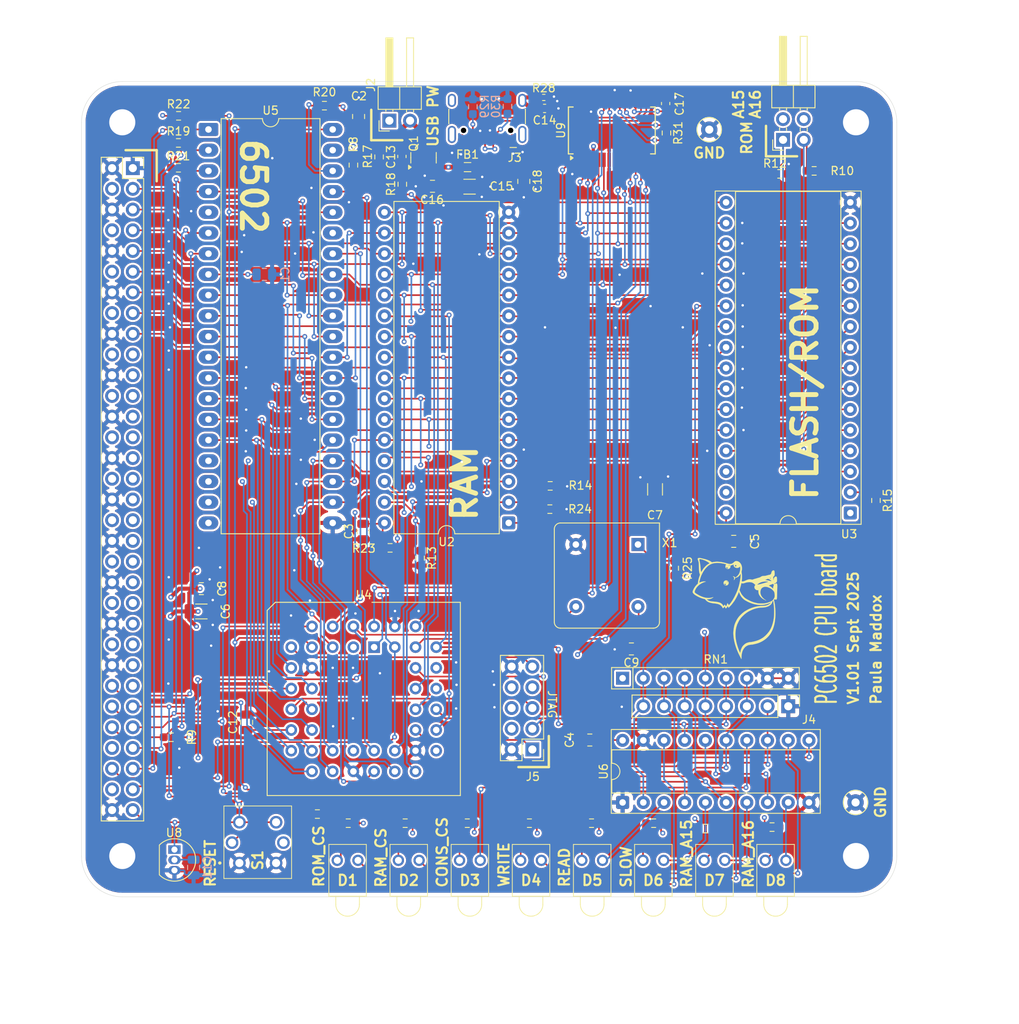
<source format=kicad_pcb>
(kicad_pcb (version 20241229) (generator "pcbnew") (generator_version "9.0")
  (layers (0 "F.Cu" signal) (4 "In1.Cu" signal) (6 "In2.Cu" signal) (2 "B.Cu" signal) (13 "F.Paste" user) (15 "B.Paste" user) (5 "F.SilkS" user "F.Silkscreen") (7 "B.SilkS" user "B.Silkscreen") (1 "F.Mask" user) (3 "B.Mask" user) (25 "Edge.Cuts" user))
  (net 0 "")
  (net 1 "Net-(Q1-G)")
  (net 2 "nSLOW1")
  (net 3 "GND")
  (net 6 "TDO")
  (net 7 "TDI")
  (net 8 "TCK")
  (net 9 "+5V")
  (net 11 "TMS")
  (net 14 "Net-(J3-SHIELD)")
  (net 15 "Net-(X1-EN)")
  (net 16 "Net-(U9-3V3OUT)")
  (net 17 "Net-(D1-A)")
  (net 18 "Net-(D1-K)")
  (net 19 "Net-(D2-K)")
  (net 20 "Net-(D2-A)")
  (net 21 "Net-(D3-A)")
  (net 22 "Net-(D3-K)")
  (net 23 "Net-(D4-K)")
  (net 24 "Net-(D4-A)")
  (net 25 "Net-(D5-A)")
  (net 26 "Net-(D5-K)")
  (net 27 "Net-(D6-A)")
  (net 28 "Net-(D6-K)")
  (net 29 "Net-(D7-A)")
  (net 30 "Net-(D7-K)")
  (net 31 "Net-(D8-A)")
  (net 32 "Net-(D8-K)")
  (net 33 "nIRQ")
  (net 34 "/A14")
  (net 35 "/D3")
  (net 36 "nBUSRQ")
  (net 37 "/A10")
  (net 38 "SYNQ")
  (net 39 "/A15")
  (net 40 "/A7")
  (net 41 "/A0")
  (net 42 "/D4")
  (net 43 "/D2")
  (net 44 "/A11")
  (net 45 "/A8")
  (net 46 "RDY")
  (net 47 "/D5")
  (net 48 "RnW")
  (net 49 "/A2")
  (net 50 "/A9")
  (net 51 "/A5")
  (net 52 "/D0")
  (net 53 "/D6")
  (net 54 "/A1")
  (net 55 "/A13")
  (net 56 "/A4")
  (net 57 "/A3")
  (net 58 "/A6")
  (net 59 "nRES")
  (net 60 "/D1")
  (net 61 "nNMI")
  (net 62 "/D7")
  (net 63 "/A12")
  (net 64 "Net-(J2-Pin_2)")
  (net 65 "SYSCLK")
  (net 66 "nRAM_CS")
  (net 67 "nR")
  (net 68 "nW")
  (net 69 "nROM_CS")
  (net 70 "ROM_A15")
  (net 72 "RAM_A15")
  (net 73 "RAM_A16")
  (net 74 "nSLOW0")
  (net 75 "Net-(J3-CC1)")
  (net 80 "Net-(S1-K)")
  (net 81 "ROM_A14")
  (net 82 "Net-(U5-SOB)")
  (net 83 "Net-(U5-Phi1O)")
  (net 84 "CPU_CLK")
  (net 85 "Net-(J3-CC2)")
  (net 87 "Net-(U9-~{PWREN})")
  (net 88 "Net-(U3-A16)")
  (net 89 "Net-(U2-A17)")
  (net 90 "nVP")
  (net 91 "Net-(U2-A18)")
  (net 92 "Net-(U9-~{RESET})")
  (net 93 "RAM_A17")
  (net 94 "nWR_FT")
  (net 95 "nRXF")
  (net 96 "nRD_FT")
  (net 97 "nTXE")
  (net 102 "/60FAKE50/VUSB")
  (net 103 "/60FAKE50/VIN")
  (net 104 "/60FAKE50/USB_D-")
  (net 105 "/60FAKE50/USB_D+")
  (footprint "PaulasKiCADFootPrint:Fox_avatar_18mm" (layer "F.Cu") (at 180.15 113.9 90)
    (property "Reference" "FOX1" (hide yes))
    (property "Value" "SYM_Flash_Large" (hide yes))
  )
  (footprint "Capacitor_SMD:C_1206_3216Metric" (layer "F.Cu") (at 147.6 62.9)
    (property "Reference" "C15")
    (property "Value" "47uF")
  )
  (footprint "Connector_PinSocket_2.54mm:PinSocket_2x32_P2.54mm_Vertical" (layer "F.Cu") (at 106.29 60.625)
    (property "Reference" "J1" (hide yes))
    (property "Value" "BUS")
  )
  (footprint "Resistor_SMD:R_0603_1608Metric_Pad0.98x0.95mm_HandSolder" (layer "F.Cu") (at 139.7 140.97)
    (property "Reference" "R11" (hide yes))
    (property "Value" "470R")
  )
  (footprint "MountingHole:MountingHole_3.2mm_M3_Pad_TopBottom" (layer "F.Cu") (at 195 145)
    (property "Reference" "H6" (hide yes))
    (property "Value" "MountingHole_Pad")
  )
  (footprint "Capacitor_SMD:C_0805_2012Metric" (layer "F.Cu") (at 154.25 62.25 -90)
    (property "Reference" "C18")
    (property "Value" "100nF")
  )
  (footprint "Resistor_SMD:R_0603_1608Metric_Pad0.98x0.95mm_HandSolder" (layer "F.Cu") (at 141.5288 108.4599 -90)
    (property "Reference" "R13")
    (property "Value" "10K")
  )
  (footprint "Capacitor_SMD:C_0805_2012Metric" (layer "F.Cu") (at 180 106.4)
    (property "Reference" "C5")
    (property "Value" "100nF")
  )
  (footprint "Capacitor_SMD:C_0805_2012Metric" (layer "F.Cu") (at 134.55 105.2 -90)
    (property "Reference" "C3")
    (property "Value" "100nF")
  )
  (footprint "Resistor_SMD:R_0603_1608Metric_Pad0.98x0.95mm_HandSolder" (layer "F.Cu") (at 197.45 101.3875 -90)
    (property "Reference" "R15")
    (property "Value" "10K")
  )
  (footprint "Package_LCC:PLCC-44_THT-Socket" (layer "F.Cu") (at 135.89 119.38)
    (property "Reference" "U4")
    (property "Value" "ATF1502AS")
  )
  (footprint "Capacitor_SMD:C_0805_2012Metric" (layer "F.Cu") (at 120.25 128.6 90)
    (property "Reference" "C12")
    (property "Value" "100nF")
  )
  (footprint "Capacitor_SMD:C_0805_2012Metric" (layer "F.Cu") (at 162.3481 130.773168 180)
    (property "Reference" "C4")
    (property "Value" "100nF")
  )
  (footprint "Connector_PinHeader_2.54mm:PinHeader_2x05_P2.54mm_Vertical" (layer "F.Cu") (at 155.3006 131.9276 180)
    (property "Reference" "J5")
    (property "Value" "Conn_02x05_Odd_Even")
  )
  (footprint "Package_DIP:DIP-20_W7.62mm_Socket" (layer "F.Cu") (at 166.37 138.43 90)
    (property "Reference" "U6")
    (property "Value" "74AHC244")
  )
  (footprint "Resistor_SMD:R_0603_1608Metric_Pad0.98x0.95mm_HandSolder" (layer "F.Cu") (at 137.85 107.2)
    (property "Reference" "R23")
    (property "Value" "10K")
  )
  (footprint "Resistor_SMD:R_0603_1608Metric_Pad0.98x0.95mm_HandSolder" (layer "F.Cu") (at 147.32 140.97)
    (property "Reference" "R2" (hide yes))
    (property "Value" "470R")
  )
  (footprint "Resistor_THT:R_Array_SIP9" (layer "F.Cu") (at 166.37 123.19)
    (property "Reference" "RN1")
    (property "Value" "10K")
  )
  (footprint "Package_DIP:DIP-32_W15.24mm_Socket" (layer "F.Cu") (at 194.3 102.9208 180)
    (property "Reference" "U3")
    (property "Value" "SST39SF010")
  )
  (footprint "Resistor_SMD:R_0603_1608Metric_Pad0.98x0.95mm_HandSolder" (layer "F.Cu") (at 189.865 60.96)
    (property "Reference" "R10")
    (property "Value" "10K")
  )
  (footprint "MountingHole:MountingHole_3.2mm_M3_Pad_TopBottom" (layer "F.Cu") (at 195 55)
    (property "Reference" "H5" (hide yes))
    (property "Value" "MountingHole_Pad")
  )
  (footprint "Capacitor_SMD:C_0603_1608Metric" (layer "F.Cu") (at 156.8 53.3)
    (property "Reference" "C14")
    (property "Value" "100nF 100V")
  )
  (footprint "Oscillator:Oscillator_DIP-8" (layer "F.Cu") (at 168.255 106.79 180)
    (property "Reference" "X1")
    (property "Value" "CXO_DIP8")
  )
  (footprint "Resistor_SMD:R_0603_1608Metric_Pad0.98x0.95mm_HandSolder" (layer "F.Cu") (at 157.4875 99.6)
    (property "Reference" "R14")
    (property "Value" "10K")
  )
  (footprint "Capacitor_SMD:C_0805_2012Metric" (layer "F.Cu") (at 114.7 112.206)
    (property "Reference" "C8")
    (property "Value" "100nF")
  )
  (footprint "LTL-4221NHBP:LTL4221NHBP" (layer "F.Cu") (at 138.8688 145.5304)
    (property "Reference" "D2")
    (property "Value" "LED" (hide yes))
  )
  (footprint "LTL-4221NHBP:LTL4221NHBP" (layer "F.Cu") (at 153.8688 145.5304)
    (property "Reference" "D4")
    (property "Value" "LED" (hide yes))
  )
  (footprint "Capacitor_SMD:C_0603_1608Metric_Pad1.08x0.95mm_HandSolder" (layer "F.Cu") (at 139.3 59.1875 -90)
    (property "Reference" "C13")
    (property "Value" "100nF")
  )
  (footprint "LTL-4221NHBP:LTL4221NHBP" (layer "F.Cu") (at 131.3688 145.5304)
    (property "Reference" "D1")
    (property "Value" "LED" (hide yes))
  )
  (footprint "Capacitor_SMD:C_1206_3216Metric" (layer "F.Cu") (at 114.7 115)
    (property "Reference" "C6")
    (property "Value" "47uF")
  )
  (footprint "Resistor_SMD:R_0603_1608Metric_Pad0.98x0.95mm_HandSolder" (layer "F.Cu") (at 133.35 60.25 -90)
    (property "Reference" "R8")
    (property "Value" "3K3")
  )
  (footprint "Resistor_SMD:R_0402_1005Metric" (layer "F.Cu") (at 156.7 51.95 180)
    (property "Reference" "R28")
    (property "Value" "330R")
  )
  (footprint "Resistor_SMD:R_0603_1608Metric_Pad0.98x0.95mm_HandSolder" (layer "F.Cu") (at 172.7 109.7 90)
    (property "Reference" "R25")
    (property "Value" "3K3")
  )
  (footprint "Resistor_SMD:R_0603_1608Metric_Pad0.98x0.95mm_HandSolder" (layer "F.Cu") (at 162.56 140.97)
    (property "Reference" "R4" (hide yes))
    (property "Value" "470R")
  )
  (footprint "Resistor_SMD:R_0603_1608Metric_Pad0.98x0.95mm_HandSolder" (layer "F.Cu") (at 128.9304 139.8524)
    (property "Reference" "R16" (hide yes))
    (property "Value" "470R")
  )
  (footprint "Resistor_SMD:R_0603_1608Metric_Pad0.98x0.95mm_HandSolder" (layer "F.Cu") (at 171.75 56.3125 -90)
    (property "Reference" "R31")
    (property "Value" "10k")
  )
  (footprint "Connector_USB:USB_C_Receptacle_HCTL_HC-TYPE-C-16P-01A" (layer "F.Cu") (at 149.75 53.39 180)
    (property "Reference" "J3")
    (property "Value" "USB_C_Receptacle_USB2.0_16P")
  )
  (footprint "TL1250F180RQRCLR:TL1250F180RQRCLR" (layer "F.Cu") (at 119.3652 145.8564 90)
    (property "Reference" "S1")
    (property "Value" "TL1250F180RQRCLR" (hide yes))
  )
  (footprint "Package_DIP:DIP-40_W15.24mm_LongPads" (layer "F.Cu") (at 115.57 55.88)
    (property "Reference" "U5")
    (property "Value" "W65C02")
  )
  (footprint "Connector_PinHeader_2.54mm:PinHeader_1x08_P2.54mm_Vertical" (layer "F.Cu") (at 186.69 126.63 -90)
    (property "Reference" "J4")
    (property "Value" "TEST")
  )
  (footprint "Resistor_SMD:R_0603_1608Metric_Pad0.98x0.95mm_HandSolder" (layer "F.Cu") (at 185.65 61.33)
    (property "Reference" "R12")
    (property "Value" "10K")
  )
  (footprint "Capacitor_SMD:C_0805_2012Metric" (layer "F.Cu") (at 167.45 119.6 180)
    (property "Reference" "C9")
    (property "Value" "100nF")
  )
  (footprint "Package_TO_SOT_SMD:SOT-23" (layer "F.Cu") (at 141.95 59.35 90)
    (property "Reference" "Q1")
    (property "Value" "IRLML6402")
  )
  (footprint "LTL-4221NHBP:LTL4221NHBP" (layer "F.Cu") (at 176.3688 145.5304)
    (property "Reference" "D7")
    (property "Value" "LED" (hide yes))
  )
  (footprint "Resistor_SMD:R_0603_1608Metric_Pad0.98x0.95mm_HandSolder" (layer "F.Cu") (at 170.18 140.97)
    (property "Reference" "R5" (hide yes))
    (property "Value" "470R")
  )
  (footprint "Resistor_SMD:R_0603_1608Metric_Pad0.98x0.95mm_HandSolder" (layer "F.Cu") (at 136.5 59.25 90)
    (property "Reference" "R17")
    (property "Value" "10k")
  )
  (footprint "Resistor_SMD:R_0603_1608Metric_Pad0.98x0.95mm_HandSolder" (layer "F.Cu") (at 139.35 62.6 90)
    (property "Reference" "R18")
    (property "Value" "10k")
  )
  (footprint "MountingHole:MountingHole_3.2mm_M3_Pad_TopBottom" (layer "F.Cu") (at 105 55)
    (property "Reference" "H4" (hide yes))
    (property "Value" "MountingHole_Pad")
  )
  (footprint "Capacitor_SMD:C_1206_3216Metric" (layer "F.Cu") (at 170.35 100.025 90)
    (property "Reference" "C7")
    (property "Value" "47uF")
  )
  (footprint "Package_DIP:DIP-32_W15.24mm" (layer "F.Cu") (at 152.4 104.14 180)
    (property "Reference" "U2")
    (property "Value" "AS6C4008-55PCN")
  )
  (footprint "Connector_PinHeader_2.54mm:PinHeader_1x02_P2.54mm_Horizontal" (layer "F.Cu") (at 137.76 54.8 90)
    (property "Reference" "J2")
    (property "Value" "Conn_01x02")
  )
  (footprint "Resistor_SMD:R_0603_1608Metric_Pad0.98x0.95mm_HandSolder" (layer "F.Cu") (at 111.887 60.579)
    (property "Reference" "R21")
    (property "Value" "3K3")
  )
  (footprint "Resistor_SMD:R_0603_1608Metric_Pad0.98x0.95mm_HandSolder" (layer "F.Cu") (at 110.998 130.429 180)
    (property "Reference" "R9")
    (property "Value" "3K3")
  )
  (footprint "Resistor_SMD:R_0603_1608Metric_Pad0.98x0.95mm_HandSolder" (layer "F.Cu") (at 176.53 141.6304 180)
    (property "Reference" "R6" (hide yes))
    (property "Value" "470R")
  )
  (footprint "LTL-4221NHBP:LTL4221NHBP" (layer "F.Cu") (at 161.3688 145.5304)
    (property "Reference" "D5")
    (property "Value" "LED" (hide yes))
  )
  (footprint "Inductor_SMD:L_0805_2012Metric_Pad1.05x1.20mm_HandSolder" (layer "F.Cu") (at 147.35 60.5)
    (property "Reference" "FB1")
    (property "Value" "FerriteBead_Small")
  )
  (footprint "TestPoint:TestPoint_Loop_D1.80mm_Drill1.0mm_Beaded" (layer "F.Cu") (at 194.945 138.43)
    (property "Reference" "TP5" (hide yes))
    (property "Value" "TestPoint")
  )
  (footprint "Resistor_SMD:R_0603_1608Metric_Pad0.98x0.95mm_HandSolder" (layer "F.Cu") (at 129.794 52.959 180)
    (property "Reference" "R20")
    (property "Value" "3K3")
  )
  (footprint "Capacitor_SMD:C_0805_2012Metric" (layer "F.Cu") (at 143.05 62.85 180)
    (property "Reference" "C16")
    (property "Value" "100nF")
  )
  (footprint "LTL-4221NHBP:LTL4221NHBP" (layer "F.Cu") (at 168.8688 145.5304)
    (property "Reference" "D6")
    (property "Value" "LED" (hide yes))
  )
  (footprint "Resistor_SMD:R_0603_1608Metric_Pad0.98x0.95mm_HandSolder" (layer "F.Cu") (at 111.887 57.531)
    (property "Reference" "R19")
    (property "Value" "3K3")
  )
  (footprint "LTL-4221NHBP:LTL4221NHBP" (layer "F.Cu") (at 183.8688 145.5304)
    (property "Reference" "D8")
    (property "Value" "LED" (hide yes))
  )
  (footprint "Resistor_SMD:R_0603_1608Metric_Pad0.98x0.95mm_HandSolder" (layer "F.Cu") (at 154.94 140.97)
    (property "Reference" "R3" (hide yes))
    (property "Value" "470R")
  )
  (footprint "Capacitor_SMD:C_0805_2012Metric" (layer "F.Cu") (at 133.985 54.29 90)
    (property "Reference" "C2")
    (property "Value" "100nF")
  )
  (footprint "Package_TO_SOT_THT:TO-92_Inline" (layer "F.Cu") (at 111.4 144.21 -90)
    (property "Reference" "U8")
    (property "Value" "MCP130-450DI/TO")
  )
  (footprint "Package_SO:SSOP-28_5.3x10.2mm_P0.65mm" (layer "F.Cu") (at 165.05 56 90)
    (property "Reference" "U9")
    (property "Value" "FT245RNL")
  )
  (footprint "Resistor_SMD:R_0603_1608Metric_Pad0.98x0.95mm_HandSolder" (layer "F.Cu") (at 184.7 141.45 180)
    (property "Reference" "R7" (hide yes))
    (property "Value" "470R")
  )
  (footprint "Resistor_SMD:R_0603_1608Metric_Pad0.98x0.95mm_HandSolder" (layer "F.Cu") (at 111.9075 54.21)
    (property "Reference" "R22")
    (property "Value" "3K3")
  )
  (footprint "Resistor_SMD:R_0603_1608Metric_Pad0.98x0.95mm_HandSolder" (layer "F.Cu") (at 132.715 140.97)
    (property "Reference" "R1" (hide yes))
    (property "Value" "470R")
  )
  (footprint "LTL-4221NHBP:LTL4221NHBP" (layer "F.Cu") (at 146.3688 145.5304)
    (property "Reference" "D3")
    (property "Value" "LED" (hide yes))
  )
  (footprint "MountingHole:MountingHole_3.2mm_M3_Pad_TopBottom" (layer "F.Cu") (at 105 145)
    (property "Reference" "H3" (hide yes))
    (property "Value" "MountingHole_Pad")
  )
  (footprint "Capacitor_SMD:C_0603_1608Metric_Pad1.08x0.95mm_HandSolder" (layer "F.Cu") (at 171.65 52.7 90)
    (property "Reference" "C17")
    (property "Value" "100nF")
  )
  (footprint "TestPoint:TestPoint_Loop_D1.80mm_Drill1.0mm_Beaded" (layer "F.Cu") (at 177 55.9)
    (property "Reference" "TP6" (hide yes))
    (property "Value" "TestPoint")
  )
  (footprint "Resistor_SMD:R_0603_1608Metric_Pad0.98x0.95mm_HandSolder" (layer "F.Cu") (at 157.45 102.45)
    (property "Reference" "R24")
    (property "Value" "10K")
  )
  (footprint "Connector_PinHeader_2.54mm:PinHeader_2x02_P2.54mm_Horizontal" (layer "F.Cu") (at 186.05 57.15 90)
    (property "Reference" "J6" (hide yes))
    (property "Value" "Conn_02x02_Odd_Even")
  )
  (footprint "Capacitor_SMD:C_0805_2012Metric" (layer "B.Cu") (at 113.75 146.4 90)
    (property "Reference" "C11")
    (property "Value" "100nF")
  )
  (footprint "Capacitor_SMD:C_0805_2012Metric" (layer "B.Cu") (at 122.428 73.66)
    (property "Reference" "C1")
    (property "Value" "100nF")
  )
  (footprint "Resistor_SMD:R_0603_1608Metric_Pad0.98x0.95mm_HandSolder" (layer "B.Cu") (at 148 53.0875 -90)
    (property "Reference" "R29")
    (property "Value" "5K1")
  )
  (footprint "Resistor_SMD:R_0603_1608Metric_Pad0.98x0.95mm_HandSolder" (layer "B.Cu") (at 152.25 53.05 -90)
    (property "Reference" "R30")
    (property "Value" "5K1")
  )
  (gr_line (start 109.22 58.42) (end 105.41 58.42) (stroke (width 0.3)) (layer "F.SilkS"))
  (gr_line (start 183.96 59.17) (end 187.77 59.17) (stroke (width 0.3)) (layer "F.SilkS"))
  (gr_line (start 183.96 59.17) (end 183.96 55.44) (stroke (width 0.3)) (layer "F.SilkS"))
  (gr_line (start 157.32 134.09) (end 157.32 130.28) (stroke (width 0.3)) (layer "F.SilkS"))
  (gr_line (start 157.32 134.09) (end 153.59 134.09) (stroke (width 0.3)) (layer "F.SilkS"))
  (gr_line (start 109.22 62.23) (end 109.22 58.42) (stroke (width 0.3)) (layer "F.SilkS"))
  (gr_line (start 135.54 57.2) (end 135.54 53.47) (stroke (width 0.3)) (layer "F.SilkS"))
  (gr_line (start 135.54 57.2) (end 139.35 57.2) (stroke (width 0.3)) (layer "F.SilkS"))
  (gr_line (start 105 50) (end 195 50) (stroke (width 0.05)) (layer "Edge.Cuts"))
  (gr_line (start 195 150) (end 105 150) (stroke (width 0.05)) (layer "Edge.Cuts"))
  (gr_line (start 200 55) (end 200 145) (stroke (width 0.05)) (layer "Edge.Cuts"))
  (gr_arc (start 105 150) (mid 101.464466 148.535534) (end 100 145) (stroke (width 0.05)) (layer "Edge.Cuts"))
  (gr_arc (start 195 50) (mid 198.535534 51.464466) (end 200 55) (stroke (width 0.05)) (layer "Edge.Cuts"))
  (gr_line (start 100 55) (end 100 145) (stroke (width 0.05)) (layer "Edge.Cuts"))
  (gr_arc (start 100 55) (mid 101.464466 51.464466) (end 105 50) (stroke (width 0.05)) (layer "Edge.Cuts"))
  (gr_arc (start 200 145) (mid 198.535534 148.535534) (end 195 150) (stroke (width 0.05)) (layer "Edge.Cuts"))
  (gr_text "CONS_CS" (at 144.9832 148.9964 90) (layer "F.SilkS") (effects (font (size 1.27 1.27) (thickness 0.254) (bold yes)) (justify left bottom)))
  (gr_text "ROM_CS" (at 129.8448 148.9456 90) (layer "F.SilkS") (effects (font (size 1.27 1.27) (thickness 0.254) (bold yes)) (justify left bottom)))
  (gr_text "ROM" (at 182.34 59.1 90) (layer "F.SilkS") (effects (font (size 1.27 1.27) (thickness 0.254) (bold yes)) (justify left bottom)))
  (gr_text "USB PW" (at 143.85 58.15 90) (layer "F.SilkS") (effects (font (size 1.27 1.27) (thickness 0.254) (bold yes)) (justify left bottom)))
  (gr_text "JTAG" (at 157.72 126.38 270) (layer "F.SilkS") (effects (font (size 1 1))))
  (gr_text "A15\nA16    " (at 183.38 54.7 90) (layer "F.SilkS") (effects (font (size 1.27 1.27) (thickness 0.254) (bold yes)) (justify left bottom)))
  (gr_text "RAM_CS" (at 137.4648 148.9964 90) (layer "F.SilkS") (effects (font (size 1.27 1.27) (thickness 0.254) (bold yes)) (justify left bottom)))
  (gr_text "RESET" (at 116.5352 148.9456 90) (layer "F.SilkS") (effects (font (size 1.27 1.27) (thickness 0.254) (bold yes)) (justify left bottom)))
  (gr_text "GND" (at 198.75 140.5 90) (layer "F.SilkS") (effects (font (size 1.27 1.27) (thickness 0.254) (bold yes)) (justify left bottom)))
  (gr_text "6502" (at 119.3292 56.7436 270) (layer "F.SilkS") (effects (font (size 3 3) (thickness 0.6) (bold yes)) (justify left bottom)))
  (gr_text "FLASH/ROM\n" (at 190.5 101.6508 90) (layer "F.SilkS") (effects (font (size 3 3) (thickness 0.6) (bold yes)) (justify left bottom)))
  (gr_text "V1.01 Sept 2025" (at 195.406 126.55 90) (layer "F.SilkS") (effects (font (size 1.27 1.27) (thickness 0.254) (bold yes)) (justify left bottom)))
  (gr_text "RAM_A16\n" (at 182.5244 149.0472 90) (layer "F.SilkS") (effects (font (size 1.27 1.27) (thickness 0.254) (bold yes)) (justify left bottom)))
  (gr_text "RAM_A15\n" (at 174.9552 148.9964 90) (layer "F.SilkS") (effects (font (size 1.27 1.27) (thickness 0.254) (bold yes)) (justify left bottom)))
  (gr_text "SLOW" (at 167.5384 148.9964 90) (layer "F.SilkS") (effects (font (size 1.27 1.27) (thickness 0.254) (bold yes)) (justify left bottom)))
  (gr_text "Paula Maddox" (at 198.2 126.55 90) (layer "F.SilkS") (effects (font (size 1.27 1.27) (thickness 0.254) (bold yes)) (justify left bottom)))
  (gr_text "WRITE" (at 152.5524 148.9456 90) (layer "F.SilkS") (effects (font (size 1.27 1.27) (thickness 0.254) (bold yes)) (justify left bottom)))
  (gr_text "GND" (at 174.9 59.5 0) (layer "F.SilkS") (effects (font (size 1.27 1.27) (thickness 0.254) (bold yes)) (justify left bottom)))
  (gr_text "PC6502 CPU board" (at 192.866 126.55 90) (layer "F.SilkS") (effects (font (size 2.54 1.27) (thickness 0.254) (bold yes)) (justify left bottom)))
  (gr_text "READ" (at 159.9692 148.9456 90) (layer "F.SilkS") (effects (font (size 1.27 1.27) (thickness 0.254) (bold yes)) (justify left bottom)))
  (gr_text "RAM" (at 148.7424 104.1908 90) (layer "F.SilkS") (effects (font (size 3 3) (thickness 0.6) (bold yes)) (justify left bottom)))
  (segment (start 139.3 61.6375) (end 139.35 61.6875) (width 0.2) (layer "F.Cu") (net 1))
  (segment (start 139.3 60.05) (end 140.7625 60.05) (width 0.2) (layer "F.Cu") (net 1))
  (segment (start 139.3 60.05) (end 139.3 61.6375) (width 0.2) (layer "F.Cu") (net 1))
  (segment (start 140.7625 60.05) (end 141 60.2875) (width 0.2) (layer "F.Cu") (net 1))
  (segment (start 109.9614 129.205) (end 106.29 129.205) (width 0.2) (layer "F.Cu") (net 2))
  (segment (start 174.4882 133.5618) (end 173.35 134.7) (width 0.2) (layer "F.Cu") (net 2))
  (segment (start 118.1028 137.3028) (end 117.6528 137.3028) (width 0.2) (layer "F.Cu") (net 2))
  (segment (start 184.0062 133.5618) (end 174.4882 133.5618) (width 0.2) (layer "F.Cu") (net 2))
  (segment (start 184.2008 133.7564) (end 184.0062 133.5618) (width 0.2) (layer "F.Cu") (net 2))
  (segment (start 117.6528 137.3028) (end 117.4 137.05) (width 0.2) (layer "F.Cu") (net 2))
  (segment (start 184.15 126.63) (end 184.15 130.81) (width 0.2) (layer "F.Cu") (net 2))
  (segment (start 117.51 116.84) (end 117.35 117) (width 0.2) (layer "F.Cu") (net 2))
  (segment (start 145.4472 137.3028) (end 118.1028 137.3028) (width 0.2) (layer "F.Cu") (net 2))
  (segment (start 117.2464 128.4732) (end 110.6932 128.4732) (width 0.2) (layer "F.Cu") (net 2))
  (segment (start 148.05 134.7) (end 145.4472 137.3028) (width 0.2) (layer "F.Cu") (net 2))
  (segment (start 110.6932 128.4732) (end 109.9614 129.205) (width 0.2) (layer "F.Cu") (net 2))
  (segment (start 173.35 134.7) (end 148.05 134.7) (width 0.2) (layer "F.Cu") (net 2))
  (segment (start 128.27 116.84) (end 117.51 116.84) (width 0.2) (layer "F.Cu") (net 2))
  (via (at 117.2464 128.4732) (size 0.6) (drill 0.3) (layers "F.Cu" "B.Cu") (net 2))
  (via (at 117.4 137.05) (size 0.6) (drill 0.3) (layers "F.Cu" "B.Cu") (net 2))
  (via (at 117.35 117) (size 0.6) (drill 0.3) (layers "F.Cu" "B.Cu") (net 2))
  (via (at 184.2008 133.7564) (size 0.6) (drill 0.3) (layers "F.Cu" "B.Cu") (net 2))
  (segment (start 184.15 133.7056) (end 184.15 130.81) (width 0.2) (layer "B.Cu") (net 2))
  (segment (start 117.35 128.3696) (end 117.2464 128.4732) (width 0.2) (layer "B.Cu") (net 2))
  (segment (start 117.35 117) (end 117.35 128.3696) (width 0.2) (layer "B.Cu") (net 2))
  (segment (start 117.4 128.6268) (end 117.2464 128.4732) (width 0.2) (layer "B.Cu") (net 2))
  (segment (start 184.2008 133.7564) (end 184.15 133.7056) (width 0.2) (layer "B.Cu") (net 2))
  (segment (start 117.4 137.05) (end 117.4 128.6268) (width 0.2) (layer "B.Cu") (net 2))
  (segment (start 117.1104 127.6604) (end 119.9946 127.6604) (width 0.2) (layer "F.Cu") (net 3))
  (segment (start 116.175 116.573) (end 116.097 116.651) (width 0.2) (layer "F.Cu") (net 3))
  (segment (start 165.4 119.65) (end 166.45 119.65) (width 0.2) (layer "F.Cu") (net 3))
  (segment (start 157.21 51.95) (end 157.85 51.95) (width 0.2) (layer "F.Cu") (net 3))
  (segment (start 115.65 111.129) (end 115.716 111.063) (width 0.2) (layer "F.Cu") (net 3))
  (segment (start 166.45 119.65) (end 166.5 119.6) (width 0.2) (layer "F.Cu") (net 3))
  (segment (start 160.0877 130.773168) (end 161.3981 130.773168) (width 0.2) (layer "F.Cu") (net 3))
  (segment (start 162.125 52.4) (end 162.125 53.325) (width 0.2) (layer "F.Cu") (net 3))
  (segment (start 154.25 63.2) (end 154.25 64.2) (width 0.2) (layer "F.Cu") (net 3))
  (segment (start 149.075 62.9) (end 149.075 64.125) (width 0.2) (layer "F.Cu") (net 3))
  (segment (start 115.65 112.206) (end 116.986 112.206) (width 0.2) (layer "F.Cu") (net 3))
  (segment (start 180.95 106.4) (end 182.144 106.4) (width 0.2) (layer "F.Cu") (net 3))
  (segment (start 157.85 51.95) (end 157.95 51.85) (width 0.2) (layer "F.Cu") (net 3))
  (segment (start 167.325 51.125) (end 167.35 51.1) (width 0.2) (layer "F.Cu") (net 3))
  (segment (start 162.775 52.4) (end 162.775 53.425) (width 0.2) (layer "F.Cu") (net 3))
  (segment (start 116.175 115) (end 117.494 115) (width 0.2) (layer "F.Cu") (net 3))
  (segment (start 186.5625 60.3075) (end 186.75 60.12) (width 0.2) (layer "F.Cu") (net 3))
  (segment (start 159.5195 99.6) (end 159.5703 99.6508) (width 0.2) (layer "F.Cu") (net 3))
  (segment (start 133.985 53.34) (end 133.985 51.9938) (width 0.2) (layer "F.Cu") (net 3))
  (segment (start 152.95 57.5) (end 154.1 58.65) (width 0.4) (layer "F.Cu") (net 3))
  (segment (start 119.9946 127.6604) (end 120.015 127.64) (width 0.2) (layer "F.Cu") (net 3))
  (segment (start 115.65 112.206) (end 115.65 111.129) (width 0.2) (layer "F.Cu") (net 3))
  (segment (start 165.375 51.075) (end 165.4 51.05) (width 0.2) (layer "F.Cu") (net 3))
  (segment (start 146.55 57.65) (end 145.45 58.75) (width 0.4) (layer "F.Cu") (net 3))
  (segment (start 159.9097 130.697768) (end 160.0123 130.697768) (width 0.2) (layer "F.Cu") (net 3))
  (segment (start 130.81 105.81) (end 130.81 104.14) (width 0.2) (layer "F.Cu") (net 3))
  (segment (start 146.55 57.135) (end 146.55 57.65) (width 0.4) (layer "F.Cu") (net 3))
  (segment (start 158.3625 102.45) (end 159.5 102.45) (width 0.2) (layer "F.Cu") (net 3))
  (segment (start 162.125 53.325) (end 162.5 53.7) (width 0.2) (layer "F.Cu") (net 3))
  (segment (start 171.85 98.55) (end 171.95 98.45) (width 0.4) (layer "F.Cu") (net 3))
  (segment (start 131.15 106.15) (end 130.81 105.81) (width 0.2) (layer "F.Cu") (net 3))
  (segment (start 149.075 62.9) (end 149.075 61.775) (width 0.2) (layer "F.Cu") (net 3))
  (segment (start 157.575 53.3) (end 158.5 53.3) (width 0.2) (layer "F.Cu") (net 3))
  (segment (start 152.95 58.85) (end 152.95 57.135) (width 0.4) (layer "F.Cu") (net 3))
  (segment (start 149.075 61.775) (end 149.15 61.7) (width 0.2) (layer "F.Cu") (net 3))
  (segment (start 154.25 63.2) (end 152.9 63.2) (width 0.2) (layer "F.Cu") (net 3))
  (segment (start 184.15 123.19) (end 186.69 123.19) (width 0.2) (layer "F.Cu") (net 3))
  (segment (start 167.325 52.4) (end 167.325 51.125) (width 0.2) (layer "F.Cu") (net 3))
  (segment (start 115.65 113.156) (end 116.097 113.603) (width 0.2) (layer "F.Cu") (net 3))
  (segment (start 142.1 62.85) (end 141 62.85) (width 0.2) (layer "F.Cu") (net 3))
  (segment (start 134.55 106.15) (end 131.15 106.15) (width 0.2) (layer "F.Cu") (net 3))
  (segment (start 158.4 99.6) (end 159.5195 99.6) (width 0.2) (layer "F.Cu") (net 3))
  (segment (start 142.1 64.15) (end 142.05 64.2) (width 0.2) (layer "F.Cu") (net 3))
  (segment (start 152.95 57.135) (end 152.95 57.5) (width 0.4) (layer "F.Cu") (net 3))
  (segment (start 116.175 113.681) (end 116.097 113.603) (width 0.2) (layer "F.Cu") (net 3))
  (segment (start 133.985 51.9938) (end 134.0104 51.9684) (width 0.2) (layer "F.Cu") (net 3))
  (segment (start 116.175 115) (end 116.175 113.681) (width 0.2) (layer "F.Cu") (net 3))
  (segment (start 116.7 127.25) (end 117.1104 127.6604) (width 0.2) (layer "F.Cu") (net 3))
  (segment (start 149.075 64.125) (end 149.1 64.15) (width 0.2) (layer "F.Cu") (net 3))
  (segment (start 116.175 115) (end 116.175 116.573) (width 0.2) (layer "F.Cu") (net 3))
  (segment (start 157.575 53.175) (end 158.35 52.4) (width 0.2) (layer "F.Cu") (net 3))
  (segment (start 115.65 112.206) (end 115.65 113.156) (width 0.2) (layer "F.Cu") (net 3))
  (segment (start 165.375 52.4) (end 165.375 51.075) (width 0.2) (layer "F.Cu") (net 3))
  (segment (start 171.65 51.8375) (end 172.7875 51.8375) (width 0.2) (layer "F.Cu") (net 3))
  (segment (start 186.5625 61.33) (end 186.5625 60.3075) (width 0.2) (layer "F.Cu") (net 3))
  (segment (start 160.0123 130.697768) (end 160.0877 130.773168) (width 0.2) (layer "F.Cu") (net 3))
  (segment (start 146.55 58.930722) (end 146.55 57.135) (width 0.4) (layer "F.Cu") (net 3))
  (segment (start 157.575 53.3) (end 157.575 53.175) (width 0.2) (layer "F.Cu") (net 3))
  (segment (start 182.144 106.4) (end 182.1688 106.3752) (width 0.2) (layer "F.Cu") (net 3))
  (segment (start 154.25 63.2) (end 155.7 63.2) (width 0.2) (layer "F.Cu") (net 3))
  (segment (start 172.7875 51.8375) (end 172.85 51.9) (width 0.2) (layer "F.Cu") (net 3))
  (segment (start 149.075 62.9) (end 150.15 62.9) (width 0.2) (layer "F.Cu") (net 3))
  (segment (start 142.1 62.85) (end 142.1 61.55) (width 0.2) (layer "F.Cu") (net 3))
  (segment (start 142.1 62.85) (end 142.1 64.15) (width 0.2) (layer "F.Cu") (net 3))
  (segment (start 170.35 98.55) (end 168.55 98.55) (width 0.4) (layer "F.Cu") (net 3))
  (segment (start 170.35 98.55) (end 171.85 98.55) (width 0.4) (layer "F.Cu") (net 3))
  (segment (start 162.775 53.425) (end 162.5 53.7) (width 0.2) (layer "F.Cu") (net 3))
  (via (at 128.016 113.665) (size 0.6) (drill 0.3) (layers "F.Cu" "B.Cu") (net 3))
  (via (at 167.35 51.1) (size 0.6) (drill 0.3) (layers "F.Cu" "B.Cu") (net 3))
  (via (at 150.6 124) (size 0.6) (drill 0.3) (layers "F.Cu" "B.Cu") (net 3))
  (via (at 154.25 64.2) (size 0.6) (drill 0.3) (layers "F.Cu" "B.Cu") (net 3))
  (via (at 151.2 52.1) (size 0.6) (drill 0.3) (layers "F.Cu" "B.Cu") (net 3))
  (via (at 181.05 69.85) (size 0.6) (drill 0.3) (layers "F.Cu" "B.Cu") (net 3))
  (via (at 145.95 126.9) (size 0.6) (drill 0.3) (layers "F.Cu" "B.Cu") (net 3))
  (via (at 156.85 80.15) (size 0.6) (drill 0.3) (layers "F.Cu" "B.Cu") (net 3))
  (via (at 115.9 119.2) (size 0.6) (drill 0.3) (layers "F.Cu" "B.Cu") (net 3))
  (via (at 114.4 107.2) (size 0.6) (drill 0.3) (layers "F.Cu" "B.Cu") (net 3))
  (via (at 177.05 82.35) (size 0.6) (drill 0.3) (layers "F.Cu" "B.Cu") (net 3))
  (via (at 146 124) (size 0.6) (drill 0.3) (layers "F.Cu" "B.Cu") (net 3))
  (via (at 173.75 80.15) (size 0.6) (drill 0.3) (layers "F.Cu" "B.Cu") (net 3))
  (via (at 157.5816 126.6444) (size 0.6) (drill 0.3) (layers "F.Cu" "B.Cu") (net 3))
  (via (at 165.4 51.05) (size 0.6) (drill 0.3) (layers "F.Cu" "B.Cu") (net 3))
  (via (at 165.4 119.65) (size 0.6) (drill 0.3) (layers "F.Cu" "B.Cu") (net 3))
  (via (at 181.1 77.45) (size 0.6) (drill 0.3) (layers "F.Cu" "B.Cu") (net 3))
  (via (at 120.2 85.05) (size 0.6) (drill 0.3) (layers "F.Cu" "B.Cu") (net 3))
  (via (at 116.097 113.603) (size 0.6) (drill 0.3) (layers "F.Cu" "B.Cu") (net 3))
  (via (at 126.1 109.95) (size 0.6) (drill 0.3) (layers "F.Cu" "B.Cu") (net 3))
  (via (at 111.9877 134.145172) (size 0.6) (drill 0.3) (layers "F.Cu" "B.Cu") (net 3))
  (via (at 168.55 98.55) (size 0.6) (drill 0.3) (layers "F.Cu" "B.Cu") (net 3))
  (via (at 130.8608 129.0828) (size 0.6) (drill 0.3) (layers "F.Cu" "B.Cu") (net 3))
  (via (at 182.1688 106.3752) (size 0.6) (drill 0.3) (layers "F.Cu" "B.Cu") (net 3))
  (via (at 110.7 110.8) (size 0.6) (drill 0.3) (layers "F.Cu" "B.Cu") (net 3))
  (via (at 166 73.7) (size 0.6) (drill 0.3) (layers "F.Cu" "B.Cu") (net 3))
  (via (at 155.7 63.2) (size 0.6) (drill 0.3) (layers "F.Cu" "B.Cu") (net 3))
  (via (at 146.65 96.65) (size 0.6) (drill 0.3) (layers "F.Cu" "B.Cu") (net 3))
  (via (at 159.5 102.45) (size 0.6) (drill 0.3) (layers "F.Cu" "B.Cu") (net 3))
  (via (at 154.1 58.65) (size 0.6) (drill 0.3) (layers "F.Cu" "B.Cu") (net 3))
  (via (at 123 122.35) (size 0.6) (drill 0.3) (layers "F.Cu" "B.Cu") (net 3))
  (via (at 158.35 52.4) (size 0.6) (drill 0.3) (layers "F.Cu" "B.Cu") (net 3))
  (via (at 145.95 121.25) (size 0.6) (drill 0.3) (layers "F.Cu" "B.Cu") (net 3))
  (via (at 128.6 93.95) (size 0.6) (drill 0.3) (layers "F.Cu" "B.Cu") (net 3))
  (via (at 169.8 77.55) (size 0.6) (drill 0.3) (layers "F.Cu" "B.Cu") (net 3))
  (via (at 176.75 95.3) (size 0.6) (drill 0.3) (layers "F.Cu" "B.Cu") (net 3))
  (via (at 110.7 83) (size 0.6) (drill 0.3) (layers "F.Cu" "B.Cu") (net 3))
  (via (at 165.5 80.2) (size 0.6) (drill 0.3) (layers "F.Cu" "B.Cu") (net 3))
  (via (at 120.15 87.6) (size 0.6) (drill 0.3) (layers "F.Cu" "B.Cu") (net 3))
  (via (at 181.1 80.05) (size 0.6) (drill 0.3) (layers "F.Cu" "B.Cu") (net 3))
  (via (at 186.75 60.12) (size 0.6) (drill 0.3) (layers "F.Cu" "B.Cu") (net 3))
  (via (at 119.95 68.85) (size 0.6) (drill 0.3) (layers "F.Cu" "B.Cu") (net 3))
  (via (at 181.1 82.55) (size 0.6) (drill 0.3) (layers "F.Cu" "B.Cu") (net 3))
  (via (at 110.7 118.45) (size 0.6) (drill 0.3) (layers "F.Cu" "B.Cu") (net 3))
  (via (at 110.7 77.25) (size 0.6) (drill 0.3) (layers "F.Cu" "B.Cu") (net 3))
  (via (at 126.9 96.4) (size 0.6) (drill 0.3) (layers "F.Cu" "B.Cu") (net 3))
  (via (at 160.2 61.35) (size 0.6) (drill 0.3) (layers "F.Cu" "B.Cu") (net 3))
  (via (at 152.95 58.85) (size 0.6) (drill 0.3) (layers "F.Cu" "B.Cu") (net 3))
  (via (at 181.2 73.55) (size 0.6) (drill 0.3) (layers "F.Cu" "B.Cu") (net 3))
  (via (at 134.0104 51.9684) (size 0.6) (drill 0.3) (layers "F.Cu" "B.Cu") (net 3))
  (via (at 116.097 116.651) (size 0.6) (drill 0.3) (layers "F.Cu" "B.Cu") (net 3))
  (via (at 150.45 122.35) (size 0.6) (drill 0.3) (layers "F.Cu" "B.Cu") (net 3))
  (via (at 130.81 121.92) (size 0.6) (drill 0.3) (layers "F.Cu" "B.Cu") (net 3))
  (via (at 124.46 73.66) (size 0.6) (drill 0.3) (layers "F.Cu" "B.Cu") (net 3))
  (via (at 133.2992 128.1176) (size 0.6) (drill 0.3) (layers "F.Cu" "B.Cu") (net 3))
  (via (at 117 109.6) (size 0.6) (drill 0.3) (layers "F.Cu" "B.Cu") (net 3))
  (via (at 159.5703 99.6508) (size 0.6) (drill 0.3) (layers "F.Cu" "B.Cu") (net 3))
  (via (at 181.2 92.75) (size 0.6) (drill 0.3) (layers "F.Cu" "B.Cu") (net 3))
  (via (at 141 62.85) (size 0.6) (drill 0.3) (layers "F.Cu" "B.Cu") (net 3))
  (via (at 132.8 64.8) (size 0.6) (drill 0.3) (layers "F.Cu" "B.Cu") (net 3))
  (via (at 150.65 126.75) (size 0.6) (drill 0.3) (layers "F.Cu" "B.Cu") (net 3))
  (via (at 126.1 103.25) (size 0.6) (drill 0.3) (layers "F.Cu" "B.Cu") (net 3))
  (via (at 181.05 87.55) (size 0.6) (drill 0.3) (layers "F.Cu" "B.Cu") (net 3))
  (via (at 128.2 63.05) (size 0.6) (drill 0.3) (layers "F.Cu" "B.Cu") (net 3))
  (via (at 110.7 69.6) (size 0.6) (drill 0.3) (layers "F.Cu" "B.Cu") (net 3))
  (via (at 152.9 63.2) (size 0.6) (drill 0.3) (layers "F.Cu" "B.Cu") (net 3))
  (via (at 110.85 80.15) (size 0.6) (drill 0.3) (layers "F.Cu" "B.Cu") (net 3))
  (via (at 154.25 95.15) (size 0.6) (drill 0.3) (layers "F.Cu" "B.Cu") (net 3))
  (via (at 141.7 99.05) (size 0.6) (drill 0.3) (layers "F.Cu" "B.Cu") (net 3))
  (via (at 116.986 112.206) (size 0.6) (drill 0.3) (layers "F.Cu" "B.Cu") (net 3))
  (via (at 149.1 64.15) (size 0.6) (drill 0.3) (layers "F.Cu" "B.Cu") (net 3))
  (via (at 181 90) (size 0.6) (drill 0.3) (layers "F.Cu" "B.Cu") (net 3))
  (via (at 162.5 53.7) (size 0.6) (drill 0.3) (layers "F.Cu" "B.Cu") (net 3))
  (via (at 140.7 72.35) (size 0.6) (drill 0.3) (layers "F.Cu" "B.Cu") (net 3))
  (via (at 116.7 127.25) (size 0.6) (drill 0.3) (layers "F.Cu" "B.Cu") (net 3))
  (via (at 123.4 59.4) (size 0.6) (drill 0.3) (layers "F.Cu" "B.Cu") (net 3))
  (via (at 110.65 123.85) (size 0.6) (drill 0.3) (layers "F.Cu" "B.Cu") (net 3))
  (via (at 110.65 67) (size 0.6) (drill 0.3) (layers "F.Cu" "B.Cu") (net 3))
  (via (at 138.45 114.95) (size 0.6) (drill 0.3) (layers "F.Cu" "B.Cu") (net 3))
  (via (at 120.15 95.35) (size 0.6) (drill 0.3) (layers "F.Cu" "B.Cu") (net 3))
  (via (at 136.6012 122.5804) (size 0.6) (drill 0.3) (layers "F.Cu" "B.Cu") (net 3))
  (via (at 148.8 71.2) (size 0.6) (drill 0.3) (layers "F.Cu" "B.Cu") (net 3))
  (via (at 126.9 91.35) (size 0.6) (drill 0.3) (layers "F.Cu" "B.Cu") (net 3))
  (via (at 181.05 67.35) (size 0.6) (drill 0.3) (layers "F.Cu" "B.Cu") (net 3))
  (via (at 126.2 71.1) (size 0.6) (drill 0.3) (layers "F.Cu" "B.Cu") (net 3))
  (via (at 117.494 115) (size 0.6) (drill 0.3) (layers "F.Cu" "B.Cu") (net 3))
  (via (at 120.2 92.8) (size 0.6) (drill 0.3) (layers "F.Cu" "B.Cu") (net 3))
  (via (at 110.65 74.6) (size 0.6) (drill 0.3) (layers "F.Cu" "B.Cu") (net 3))
  (via (at 172.85 51.9) (size 0.6) (drill 0.3) (layers "F.Cu" "B.Cu") (net 3))
  (via (at 142.05 64.2) (size 0.6) (drill 0.3) (layers "F.Cu" "B.Cu") (net 3))
  (via (at 158.5 53.3) (size 0.6) (drill 0.3) (layers "F.Cu" "B.Cu") (net 3))
  (via (at 149.15 61.7) (size 0.6) (drill 0.3) (layers "F.Cu" "B.Cu") (net 3))
  (via (at 115.716 111.063) (size 0.6) (drill 0.3) (layers "F.Cu" "B.Cu") (net 3))
  (via (at 126.35 99.35) (size 0.6) (drill 0.3) (layers "F.Cu" "B.Cu") (net 3))
  (via (at 112 131.85) (size 0.6) (drill 0.3) (layers "F.Cu" "B.Cu") (net 3))
  (via (at 110.7 72.2) (size 0.6) (drill 0.3) (layers "F.Cu" "B.Cu") (net 3))
  (via (at 157.95 51.85) (size 0.6) (drill 0.3) (layers "F.Cu" "B.Cu") (net 3))
  (via (at 142.1 61.55) (size 0.6) (drill 0.3) (layers "F.Cu" "B.Cu") (net 3))
  (via (at 125.7 115.5) (size 0.6) (drill 0.3) (layers "F.Cu" "B.Cu") (net 3))
  (via (at 113.45 65.9) (size 0.6) (drill 0.3) (layers "F.Cu" "B.Cu") (net 3))
  (via (at 145.45 58.75) (size 0.6) (drill 0.3) (layers "F.Cu" "B.Cu") (net 3))
  (via (at 181.1 85.25) (size 0.6) (drill 0.3) (layers "F.Cu" "B.Cu") (net 3))
  (via (at 110.7 85.35) (size 0.6) (drill 0.3) (layers "F.Cu" "B.Cu") (net 3))
  (via (at 119.65 70.9) (size 0.6) (drill 0.3) (layers "F.Cu" "B.Cu") (net 3))
  (via (at 128.45 68.5) (size 0.6) (drill 0.3) (layers "F.Cu" "B.Cu") (net 3))
  (via (at 166.2684 126.6952) (size 0.6) (drill 0.3) (layers "F.Cu" "B.Cu") (net 3))
  (via (at 120.2 90.25) (size 0.6) (drill 0.3) (layers "F.Cu" "B.Cu") (net 3))
  (via (at 133.2992 121.92) (size 0.6) (drill 0.3) (layers "F.Cu" "B.Cu") (net 3))
  (via (at 171.95 98.45) (size 0.6) (drill 0.3) (layers "F.Cu" "B.Cu") (net 3))
  (via (at 141.35 114.95) (size 0.6) (drill 0.3) (layers "F.Cu" "B.Cu") (net 3))
  (via (at 144.4 65.2) (size 0.6) (drill 0.3) (layers "F.Cu" "B.Cu") (net 3))
  (via (at 176.15 73.55) (size 0.6) (drill 0.3) (layers "F.Cu" "B.Cu") (net 3))
  (via (at 146.55 58.930722) (size 0.6) (drill 0.3) (layers "F.Cu" "B.Cu") (net 3))
  (via (at 149.1 52.15) (size 0.6) (drill 0.3) (layers "F.Cu" "B.Cu") (net 3))
  (via (at 159.9097 130.697768) (size 0.6) (drill 0.3) (layers "F.Cu" "B.Cu") (net 3))
  (via (at 133.6 115.25) (size 0.6) (drill 0.3) (layers "F.Cu" "B.Cu") (net 3))
  (via (at 150.15 62.9) (size 0.6) (drill 0.3) (layers "F.Cu" "B.Cu") (net 3))
  (segment (start 113.7 147.3) (end 112.8 147.3) (width 0.2) (layer "B.Cu") (net 3))
  (segment (start 113.75 147.35) (end 113.7 147.3) (width 0.2) (layer "B.Cu") (net 3))
  (segment (start 112.65 147.15) (end 112.65 146.85) (width 0.2) (layer "B.Cu") (net 3))
  (segment (start 110.7 110.8) (end 110.25 111.25) (width 0.2) (layer "B.Cu") (net 3))
  (segment (start 138.43 114.97) (end 138.45 114.95) (width 0.6) (layer "B.Cu") (net 3))
  (segment (start 112.65 146.85) (end 112.55 146.75) (width 0.2) (layer "B.Cu") (net 3))
  (segment (start 110.25 111.25) (end 110.25 113.5) (width 0.2) (layer "B.Cu") (net 3))
  (segment (start 149.075 52.175) (end 149.1 52.15) (width 0.2) (layer "B.Cu") (net 3))
  (segment (start 151.2375 52.1375) (end 151.2 52.1) (width 0.2) (layer "B.Cu") (net 3))
  (segment (start 148 52.175) (end 149.075 52.175) (width 0.2) (layer "B.Cu") (net 3))
  (segment (start 138.43 116.84) (end 138.43 114.97) (width 0.6) (layer "B.Cu") (net 3))
  (segment (start 112.55 146.75) (end 111.4 146.75) (width 0.2) (layer "B.Cu") (net 3))
  (segment (start 110.35 113.6) (end 110.35 114.25) (width 0.2) (layer "B.Cu") (net 3))
  (segment (start 110.35 114.25) (end 110.65 114.55) (width 0.2) (layer "B.Cu") (net 3))
  (segment (start 112.8 147.3) (end 112.65 147.15) (width 0.2) (layer "B.Cu") (net 3))
  (segment (start 152.25 52.1375) (end 151.2375 52.1375) (width 0.2) (layer "B.Cu") (net 3))
  (segment (start 123.378 73.66) (end 124.46 73.66) (width 0.2) (layer "B.Cu") (net 3))
  (segment (start 110.25 113.5) (end 110.35 113.6) (width 0.2) (layer "B.Cu") (net 3))
  (segment (start 140.97 121.92) (end 142.0368 122.9868) (width 0.2) (layer "F.Cu") (net 6))
  (segment (start 142.0368 122.9868) (end 156.6672 122.9868) (width 0.2) (layer "F.Cu") (net 6))
  (via (at 156.6672 122.9868) (size 0.6) (drill 0.3) (layers "F.Cu" "B.Cu") (net 6))
  (segment (start 156.6672 122.9868) (end 156.6672 128.021) (width 0.2) (layer "B.Cu") (net 6))
  (segment (start 156.6672 128.021) (end 155.3006 129.3876) (width 0.2) (layer "B.Cu") (net 6))
  (segment (start 155.3006 121.7676) (end 154.1496 120.6166) (width 0.2) (layer "F.Cu") (net 7))
  (segment (start 126.9666 120.6166) (end 125.73 119.38) (width 0.2) (layer "F.Cu") (net 7))
  (segment (start 154.1496 120.6166) (end 126.9666 120.6166) (width 0.2) (layer "F.Cu") (net 7))
  (segment (start 140.97 129.54) (end 142.1892 130.7592) (width 0.2) (layer "F.Cu") (net 8))
  (segment (start 142.1892 130.7592) (end 154.1322 130.7592) (width 0.2) (layer "F.Cu") (net 8))
  (segment (start 154.1322 130.7592) (end 155.3006 131.9276) (width 0.2) (layer "F.Cu") (net 8))
  (segment (start 113.75 112.206) (end 114.544 112.206) (width 0.5) (layer "F.Cu") (net 9))
  (segment (start 111.994 112.206) (end 110.95 113.25) (width 0.5) (layer "F.Cu") (net 9))
  (segment (start 136.9375 107.2) (end 136.9375 104.3625) (width 0.2) (layer "F.Cu") (net 9))
  (segment (start 131.953 52.959) (end 132.08 53.086) (width 0.2) (layer "F.Cu") (net 9))
  (segment (start 120.015 129.54) (end 125.73 129.54) (width 0.2) (layer "F.Cu") (net 9))
  (segment (start 140.6125 140.97) (end 140.6125 142.1873) (width 0.2) (layer "F.Cu") (net 9))
  (segment (start 179.06 102.9208) (end 179.06 106.39) (width 0.2) (layer "F.Cu") (net 9))
  (segment (start 140.6125 142.1873) (end 140.6144 142.1892) (width 0.2) (layer "F.Cu") (net 9))
  (segment (start 110.9745 57.531) (end 110.9745 58.9515) (width 0.2) (layer "F.Cu") (net 9))
  (segment (start 174.75 101.5) (end 176.1708 102.9208) (width 0.4) (layer "F.Cu") (net 9))
  (segment (start 183.7875 141.45) (end 183.7875 140.3089) (width 0.2) (layer "F.Cu") (net 9))
  (segment (start 148.2325 140.97) (end 148.2325 142.0387) (width 0.2) (layer "F.Cu") (net 9))
  (segment (start 111.9105 130.429) (end 113.157 130.429) (width 0.2) (layer "F.Cu") (net 9))
  (segment (start 175.6175 140.7941) (end 175.2346 140.4112) (width 0.2) (layer "F.Cu") (net 9))
  (segment (start 110.995 57.5105) (end 110.9745 57.531) (width 0.2) (layer "F.Cu") (net 9))
  (segment (start 133.985 55.24) (end 132.08 53.335) (width 0.2) (layer "F.Cu") (net 9))
  (segment (start 137.05 104.25) (end 137.16 104.14) (width 0.2) (layer "F.Cu") (net 9))
  (segment (start 163.4725 140.97) (end 163.4725 142.0857) (width 0.2) (layer "F.Cu") (net 9))
  (segment (start 110.9745 60.579) (end 110.9745 59.1585) (width 0.2) (layer "F.Cu") (net 9))
  (segment (start 168.336 119.634) (end 168.336 114.491) (width 0.2) (layer "F.Cu") (net 9))
  (segment (start 175.6175 141.6304) (end 175.6175 140.7941) (width 0.2) (layer "F.Cu") (net 9))
  (segment (start 155.8525 142.1365) (end 155.9052 142.1892) (width 0.2) (layer "F.Cu") (net 9))
  (segment (start 130.7065 52.959) (end 131.953 52.959) (width 0.2) (layer "F.Cu") (net 9))
  (segment (start 110.9745 59.1585) (end 110.871 59.055) (width 0.2) (layer "F.Cu") (net 9))
  (segment (start 113.225 115) (end 114.3 115) (width 0.5) (layer "F.Cu") (net 9))
  (segment (start 163.4725 142.0857) (end 163.4744 142.0876) (width 0.2) (layer "F.Cu") (net 9))
  (segment (start 132.08 53.335) (end 132.08 53.086) (width 0.2) (layer "F.Cu") (net 9))
  (segment (start 120.396 73.66) (end 115.57 73.66) (width 0.2) (layer "F.Cu") (net 9))
  (segment (start 113.1525 115.0725) (end 113.225 115) (width 0.2) (layer "F.Cu") (net 9))
  (segment (start 136.9375 104.3625) (end 137.16 104.14) (width 0.2) (layer "F.Cu") (net 9))
  (segment (start 113.75 112.206) (end 113.75 110.4) (width 0.5) (layer "F.Cu") (net 9))
  (segment (start 176.1708 102.9208) (end 179.06 102.9208) (width 0.4) (layer "F.Cu") (net 9))
  (segment (start 155.8525 140.97) (end 155.8525 142.1365) (width 0.2) (layer "F.Cu") (net 9))
  (segment (start 113.75 110.4) (end 114.15 110) (width 0.5) (layer "F.Cu") (net 9))
  (segment (start 183.7875 140.3089) (end 183.7602 140.2816) (width 0.2) (layer "F.Cu") (net 9))
  (segment (start 110.995 54.21) (end 110.01 54.21) (width 0.2) (layer "F.Cu") (net 9))
  (segment (start 163.2981 130.773168) (end 166.333168 130.773168) (width 0.2) (layer "F.Cu") (net 9))
  (segment (start 133.35 59.3375) (end 133.35 57.95) (width 0.2) (layer "F.Cu") (net 9))
  (segment (start 133.6275 140.97) (end 134.5692 140.97) (width 0.2) (layer "F.Cu") (net 9))
  (segment (start 113.225 115) (end 111.5 115) (width 0.5) (layer "F.Cu") (net 9))
  (segment (start 110.01 54.21) (end 109.95 54.15) (width 0.2) (layer "F.Cu") (net 9))
  (segment (start 134.55 104.25) (end 137.05 104.25) (width 0.2) (layer "F.Cu") (net 9))
  (segment (start 114.544 112.206) (end 114.55 112.2) (width 0.5) (layer "F.Cu") (net 9))
  (segment (start 171.0925 141.9841) (end 171.2976 142.1892) (width 0.2) (layer "F.Cu") (net 9))
  (segment (start 113.225 115) (end 113.225 112.731) (width 0.5) (layer "F.Cu") (net 9))
  (segment (start 111.5 115) (end 110.9 115.6) (width 0.5) (layer "F.Cu") (net 9))
  (segment (start 113.225 115) (end 113.225 115.975) (width 0.5) (layer "F.Cu") (net 9))
  (segment (start 113.75 112.206) (end 111.994 112.206) (width 0.5) (layer "F.Cu") (net 9))
  (segment (start 174.1125 110.6125) (end 174.2 110.7) (width 0.2) (layer "F.Cu") (net 9))
  (segment (start 168.336 114.491) (end 168.255 114.41) (width 0.2) (layer "F.Cu") (net 9))
  (segment (start 171.0925 140.97) (end 171.0925 141.9841) (width 0.2) (layer "F.Cu") (net 9))
  (segment (start 110.9745 58.9515) (end 110.871 59.055) (width 0.2) (layer "F.Cu") (net 9))
  (segment (start 166.333168 130.773168) (end 166.37 130.81) (width 0.2) (layer "F.Cu") (net 9))
  (segment (start 113.225 112.731) (end 113.75 112.206) (width 0.5) (layer "F.Cu") (net 9))
  (segment (start 179.06 106.39) (end 179.05 106.4) (width 0.2) (layer "F.Cu") (net 9))
  (segment (start 113.225 115.975) (end 114.1 116.85) (width 0.5) (layer "F.Cu") (net 9))
  (segment (start 172.7 110.6125) (end 174.1125 110.6125) (width 0.2) (layer "F.Cu") (net 9))
  (segment (start 148.2325 142.0387) (end 148.1836 142.0876) (width 0.2) (layer "F.Cu") (net 9))
  (segment (start 170.35 101.5) (end 174.75 101.5) (width 0.4) (layer "F.Cu") (net 9))
  (via (at 109.95 54.15) (size 0.6) (drill 0.3) (layers "F.Cu" "B.Cu") (net 9))
  (via (at 133.35 57.95) (size 0.6) (drill 0.3) (layers "F.Cu" "B.Cu") (net 9))
  (via (at 174.2 110.7) (size 0.6) (drill 0.3) (layers "F.Cu" "B.Cu") (net 9))
  (via (at 175.2346 140.4112) (size 0.6) (drill 0.3) (layers "F.Cu" "B.Cu") (net 9))
  (via (at 155.9052 142.1892) (size 0.6) (drill 0.3) (layers "F.Cu" "B.Cu") (net 9))
  (via (at 114.1 116.85) (size 0.6) (drill 0.3) (layers "F.Cu" "B.Cu") (net 9))
  (via (at 183.7602 140.2816) (size 0.6) (drill 0.3) (layers "F.Cu" "B.Cu") (net 9))
  (via (at 148.1836 142.0876) (size 0.6) (drill 0.3) (layers "F.Cu" "B.Cu") (net 9))
  (via (at 140.6144 142.1892) (size 0.6) (drill 0.3) (layers "F.Cu" "B.Cu") (net 9))
  (via (at 132.08 53.086) (size 0.6) (drill 0.3) (layers "F.Cu" "B.Cu") (net 9))
  (via (at 114.3 115) (size 0.6) (drill 0.3) (layers "F.Cu" "B.Cu") (net 9))
  (via (at 134.5692 140.97) (size 0.6) (drill 0.3) (layers "F.Cu" "B.Cu") (net 9))
  (via (at 163.4744 142.0876) (size 0.6) (drill 0.3) (layers "F.Cu" "B.Cu") (net 9))
  (via (at 120.396 73.66) (size 0.6) (drill 0.3) (layers "F.Cu" "B.Cu") (net 9))
  (via (at 113.157 130.429) (size 0.6) (drill 0.3) (layers "F.Cu" "B.Cu") (net 9))
  (via (at 114.15 110) (size 0.6) (drill 0.3) (layers "F.Cu" "B.Cu") (net 9))
  (via (at 171.2976 142.1892) (size 0.6) (drill 0.3) (layers "F.Cu" "B.Cu") (net 9))
  (via (at 110.95 113.25) (size 0.6) (drill 0.3) (layers "F.Cu" "B.Cu") (net 9))
  (via (at 110.9 115.6) (size 0.6) (drill 0.3) (layers "F.Cu" "B.Cu") (net 9))
  (via (at 110.871 59.055) (size 0.6) (drill 0.3) (layers "F.Cu" "B.Cu") (net 9))
  (via (at 114.55 112.2) (size 0.6) (drill 0.3) (layers "F.Cu" "B.Cu") (net 9))
  (segment (start 113.75 145.45) (end 111.43 145.45) (width 0.2) (layer "B.Cu") (net 9))
  (segment (start 121.478 73.66) (end 120.396 73.66) (width 0.2) (layer "B.Cu") (net 9))
  (segment (start 111.43 145.45) (end 111.4 145.48) (width 0.2) (layer "B.Cu") (net 9))
  (segment (start 125.73 127) (end 127.0334 125.6966) (width 0.2) (layer "F.Cu") (net 11))
  (segment (start 127.0334 125.6966) (end 154.1496 125.6966) (width 0.2) (layer "F.Cu") (net 11))
  (segment (start 154.1496 125.6966) (end 155.3006 126.8476) (width 0.2) (layer "F.Cu") (net 11))
  (segment (start 155.055 53.3) (end 154.07 52.315) (width 0.5) (layer "F.Cu") (net 14))
  (segment (start 156.19 51.95) (end 154.435 51.95) (width 0.5) (layer "F.Cu") (net 14))
  (segment (start 156.025 53.3) (end 155.055 53.3) (width 0.5) (layer "F.Cu") (net 14))
  (segment (start 154.435 51.95) (end 154.07 52.315) (width 0.5) (layer "F.Cu") (net 14))
  (segment (start 172.7 108.7875) (end 170.2525 108.7875) (width 0.2) (layer "F.Cu") (net 15))
  (segment (start 170.2525 108.7875) (end 168.255 106.79) (width 0.2) (layer "F.Cu") (net 15))
  (segment (start 167.975 52.4) (end 167.975 53.534479) (width 0.2) (layer "F.Cu") (net 16))
  (segment (start 171.5625 53.65) (end 171.65 53.5625) (width 0.2) (layer "F.Cu") (net 16))
  (segment (start 170.65 53.65) (end 171.5625 53.65) (width 0.2) (layer "F.Cu") (net 16))
  (segment (start 167.975 53.534479) (end 167.803511 53.705968) (width 0.2) (layer "F.Cu") (net 16))
  (via (at 167.803511 53.705968) (size 0.6) (drill 0.3) (layers "F.Cu" "B.Cu") (net 16))
  (via (at 170.65 53.65) (size 0.6) (drill 0.3) (layers "F.Cu" "B.Cu") (net 16))
  (segment (start 170.594032 53.705968) (end 170.65 53.65) (width 0.2) (layer "B.Cu") (net 16))
  (segment (start 167.803511 53.705968) (end 170.594032 53.705968) (width 0.2) (layer "B.Cu") (net 16))
  (segment (start 131.8025 145.0967) (end 131.3688 145.5304) (width 0.2) (layer "F.Cu") (net 17))
  (segment (start 131.8025 140.97) (end 131.8025 145.0967) (width 0.2) (layer "F.Cu") (net 17))
  (segment (start 136.816 148.4376) (end 133.9088 145.5304) (width 0.2) (layer "F.Cu") (net 18))
  (segment (start 172.6692 148.4376) (end 136.816 148.4376) (width 0.2) (layer "F.Cu") (net 18))
  (via (at 172.6692 148.4376) (size 0.6) (drill 0.3) (layers "F.Cu" "B.Cu") (net 18))
  (segment (start 171.45 135.5852) (end 172.6692 136.8044) (width 0.2) (layer "B.Cu") (net 18))
  (segment (start 171.45 130.81) (end 171.45 135.5852) (width 0.2) (layer "B.Cu") (net 18))
  (segment (start 172.6692 136.8044) (end 172.6692 148.4376) (width 0.2) (layer "B.Cu") (net 18))
  (segment (start 180.2892 147.7264) (end 143.6048 147.7264) (width 0.2) (layer "F.Cu") (net 19))
  (segment (start 143.6048 147.7264) (end 141.4088 145.5304) (width 0.2) (layer "F.Cu") (net 19))
  (via (at 180.2892 147.7264) (size 0.6) (drill 0.3) (layers "F.Cu" "B.Cu") (net 19))
  (segment (start 179.832 136.6012) (end 180.2892 137.0584) (width 0.2) (layer "B.Cu") (net 19))
  (segment (start 176.53 130.81) (end 176.53 134.504743) (width 0.2) (layer "B.Cu") (net 19))
  (segment (start 176.53 134.504743) (end 178.626456 136.6012) (width 0.2) (layer "B.Cu") (net 19))
  (segment (start 178.626456 136.6012) (end 179.832 136.6012) (width 0.2) (layer "B.Cu") (net 19))
  (segment (start 180.2892 137.0584) (end 180.2892 147.7264) (width 0.2) (layer "B.Cu") (net 19))
  (segment (start 138.8688 145.5304) (end 138.8688 141.0513) (width 0.2) (layer "F.Cu") (net 20))
  (segment (start 138.8688 141.0513) (end 138.7875 140.97) (width 0.2) (layer "F.Cu") (net 20))
  (segment (start 146.3688 145.5304) (end 146.3688 141.0087) (width 0.2) (layer "F.Cu") (net 21))
  (segment (start 146.3688 141.0087) (end 146.4075 140.97) (width 0.2) (layer "F.Cu") (net 21))
  (segment (start 181.5084 136.6012) (end 154.3304 136.6012) (width 0.2) (layer "F.Cu") (net 22))
  (segment (start 154.3304 136.6012) (end 149.1996 136.6012) (width 0.2) (layer "F.Cu") (net 22))
  (segment (start 149.1996 136.6012) (end 148.9964 136.8044) (width 0.2) (layer "F.Cu") (net 22))
  (via (at 148.9964 136.8044) (size 0.6) (drill 0.3) (layers "F.Cu" "B.Cu") (net 22))
  (via (at 181.5084 136.6012) (size 0.6) (drill 0.3) (layers "F.Cu" "B.Cu") (net 22))
  (segment (start 148.9088 136.892) (end 148.9088 145.5304) (width 0.2) (layer "B.Cu") (net 22))
  (segment (start 148.9964 136.8044) (end 148.9088 136.892) (width 0.2) (layer "B.Cu") (net 22))
  (segment (start 181.61 136.4996) (end 181.5084 136.6012) (width 0.2) (layer "B.Cu") (net 22))
  (segment (start 181.61 130.81) (end 181.61 136.4996) (width 0.2) (layer "B.Cu") (net 22))
  (segment (start 158.0896 147.1168) (end 187.8584 147.1168) (width 0.2) (layer "F.Cu") (net 23))
  (segment (start 156.5032 145.5304) (end 158.0896 147.1168) (width 0.2) (layer "F.Cu") (net 23))
  (segment (start 156.4088 145.5304) (end 156.5032 145.5304) (width 0.2) (layer "F.Cu") (net 23))
  (via (at 187.8584 147.1168) (size 0.6) (drill 0.3) (layers "F.Cu" "B.Cu") (net 23))
  (segment (start 187.8584 134.5692) (end 186.69 133.4008) (width 0.2) (layer "B.Cu") (net 23))
  (segment (start 187.8584 147.1168) (end 187.8584 134.5692) (width 0.2) (layer "B.Cu") (net 23))
  (segment (start 186.69 133.4008) (end 186.69 130.81) (width 0.2) (layer "B.Cu") (net 23))
  (segment (start 153.8688 145.5304) (end 153.8688 141.1287) (width 0.2) (layer "F.Cu") (net 24))
  (segment (start 153.8688 141.1287) (end 154.0275 140.97) (width 0.2) (layer "F.Cu") (net 24))
  (segment (start 161.3688 141.2487) (end 161.6475 140.97) (width 0.2) (layer "F.Cu") (net 25))
  (segment (start 161.3688 145.5304) (end 161.3688 141.2487) (width 0.2) (layer "F.Cu") (net 25))
  (segment (start 171.45 138.43) (end 164.3496 145.5304) (width 0.2) (layer "B.Cu") (net 26))
  (segment (start 164.3496 145.5304) (end 163.9088 145.5304) (width 0.2) (layer "B.Cu") (net 26))
  (segment (start 168.8688 141.3687) (end 169.2675 140.97) (width 0.2) (layer "F.Cu") (net 27))
  (segment (start 168.8688 145.5304) (end 168.8688 141.3687) (width 0.2) (layer "F.Cu") (net 27))
  (segment (start 174.0524 145.5304) (end 171.4088 145.5304) (width 0.2) (layer "F.Cu") (net 28))
  (segment (start 174.2948 145.288) (end 174.0524 145.5304) (width 0.2) (layer "F.Cu") (net 28))
  (via (at 174.2948 145.288) (size 0.6) (drill 0.3) (layers "F.Cu" "B.Cu") (net 28))
  (segment (start 176.53 138.43) (end 176.53 143.0528) (width 0.2) (layer "B.Cu") (net 28))
  (segment (start 176.53 143.0528) (end 174.2948 145.288) (width 0.2) (layer "B.Cu") (net 28))
  (segment (start 177.4425 141.6304) (end 177.4425 144.4567) (width 0.2) (layer "F.Cu") (net 29))
  (segment (start 177.4425 144.4567) (end 176.3688 145.5304) (width 0.2) (layer "F.Cu") (net 29))
  (segment (start 181.5 145.5) (end 181.4696 145.5304) (width 0.2) (layer "F.Cu") (net 30))
  (segment (start 181.4696 145.5304) (end 178.9088 145.5304) (width 0.2) (layer "F.Cu") (net 30))
  (via (at 181.5 145.5) (size 0.6) (drill 0.3) (layers "F.Cu" "B.Cu") (net 30))
  (segment (start 181.61 145.39) (end 181.5 145.5) (width 0.2) (layer "B.Cu") (net 30))
  (segment (start 181.61 138.43) (end 181.61 145.39) (width 0.2) (layer "B.Cu") (net 30))
  (segment (start 185.6125 141.45) (end 185.6125 143.7867) (width 0.2) (layer "F.Cu") (net 31))
  (segment (start 185.6125 143.7867) (end 183.8688 145.5304) (width 0.2) (layer "F.Cu") (net 31))
  (segment (start 186.4088 145.5304) (end 186.4088 138.7112) (width 0.2) (layer "B.Cu") (net 32))
  (segment (start 186.4088 138.7112) (end 186.69 138.43) (width 0.2) (layer "B.Cu") (net 32))
  (segment (start 111.3536 127.508) (end 110.9472 127.9144) (width 0.2) (layer "F.Cu") (net 33))
  (segment (start 133.35 61.7378) (end 133.35 61.1625) (width 0.2) (layer "F.Cu") (net 33))
  (segment (start 144.5 136.85) (end 134.65 136.85) (width 0.2) (layer "F.Cu") (net 33))
  (segment (start 172.95 134) (end 148.6 134) (width 0.2) (layer "F.Cu") (net 33))
  (segment (start 113.0808 63.5) (end 111.6076 62.0268) (width 0.2) (layer "F.Cu") (net 33))
  (segment (start 124.079 63.5) (end 125.3912 62.1878) (width 0.2) (layer "F.Cu") (net 33))
  (segment (start 111.3536 127.508) (end 115.092 127.508) (width 0.2) (layer "F.Cu") (net 33))
  (segment (start 115.57 63.5) (end 113.0808 63.5) (width 0.2) (layer "F.Cu") (net 33))
  (segment (start 132.9 62.1878) (end 133.35 61.7378) (width 0.2) (layer "F.Cu") (net 33))
  (segment (start 119.55 126.2) (end 116.4 126.2) (width 0.2) (layer "F.Cu") (net 33))
  (segment (start 173 133.95) (end 172.95 134) (width 0.2) (layer "F.Cu") (net 33))
  (segment (start 120.35 136.85) (end 120.1 136.6) (width 0.2) (layer "F.Cu") (net 33))
  (segment (start 189.25 132.85) (end 189.2 132.9) (width 0.2) (layer "F.Cu") (net 33))
  (segment (start 144.9 136.85) (end 144.5 136.85) (width 0.2) (layer "F.Cu") (net 33))
  (segment (start 134.65 136.85) (end 120.35 136.85) (width 0.2) (layer "F.Cu") (net 33))
  (segment (start 145.05 136.7) (end 144.9 136.85) (width 0.2) (layer "F.Cu") (net 33))
  (segment (start 115.57 63.5) (end 124.079 63.5) (width 0.2) (layer "F.Cu") (net 33))
  (segment (start 148.6 134) (end 147.75 134) (width 0.2) (layer "F.Cu") (net 33))
  (segment (start 174.05 132.9) (end 173 133.95) (width 0.2) (layer "F.Cu") (net 33))
  (segment (start 115.092 127.508) (end 116.4 126.2) (width 0.2) (layer "F.Cu") (net 33))
  (segment (start 125.3912 62.1878) (end 132.9 62.1878) (width 0.2) (layer "F.Cu") (net 33))
  (segment (start 104.9994 127.9144) (end 103.75 126.665) (width 0.2) (layer "F.Cu") (net 33))
  (segment (start 189.2 132.9) (end 174.05 132.9) (width 0.2) (layer "F.Cu") (net 33))
  (segment (start 147.75 134) (end 145.05 136.7) (width 0.2) (layer "F.Cu") (net 33))
  (segment (start 110.9472 127.9144) (end 104.9994 127.9144) (width 0.2) (layer "F.Cu") (net 33))
  (via (at 111.3536 127.508) (size 0.6) (drill 0.3) (layers "F.Cu" "B.Cu") (net 33))
  (via (at 119.55 126.2) (size 0.6) (drill 0.3) (layers "F.Cu" "B.Cu") (net 33))
  (via (at 111.6076 62.0268) (size 0.6) (drill 0.3) (layers "F.Cu" "B.Cu") (net 33))
  (via (at 189.25 132.85) (size 0.6) (drill 0.3) (layers "F.Cu" "B.Cu") (net 33))
  (via (at 120.1 136.6) (size 0.6) (drill 0.3) (layers "F.Cu" "B.Cu") (net 33))
  (segment (start 120.1 136.6) (end 119.55 136.05) (width 0.2) (layer "B.Cu") (net 33))
  (segment (start 119.55 136.05) (end 119.55 126.2) (width 0.2) (layer "B.Cu") (net 33))
  (segment (start 111.6076 127.254) (end 111.3536 127.508) (width 0.2) (layer "B.Cu") (net 33))
  (segment (start 189.23 130.81) (end 189.23 132.83) (width 0.2) (layer "B.Cu") (net 33))
  (segment (start 111.6076 62.0268) (end 111.6076 127.254) (width 0.2) (layer "B.Cu") (net 33))
  (segment (start 189.23 132.83) (end 189.25 132.85) (width 0.2) (layer "B.Cu") (net 33))
  (segment (start 145.9992 97.8408) (end 147.2184 99.06) (width 0.2) (layer "F.Cu") (net 34))
  (segment (start 130.81 96.52) (end 133.1468 96.52) (width 0.2) (layer "F.Cu") (net 34))
  (segment (start 133.1468 96.52) (end 134.4676 97.8408) (width 0.2) (layer "F.Cu") (net 34))
  (segment (start 134.66 135.85) (end 135.89 134.62) (width 0.2) (layer "F.Cu") (net 34))
  (segment (start 134.4676 97.8408) (end 145.9992 97.8408) (width 0.2) (layer "F.Cu") (net 34))
  (segment (start 128.397 96.52) (end 130.81 96.52) (width 0.2) (layer "F.Cu") (net 34))
  (segment (start 147.2184 99.06) (end 152.4 99.06) (width 0.2) (layer "F.Cu") (net 34))
  (segment (start 132.15 135.85) (end 134.66 135.85) (width 0.2) (layer "F.Cu") (net 34))
  (via (at 132.15 135.85) (size 0.6) (drill 0.3) (layers "F.Cu" "B.Cu") (net 34))
  (via (at 128.397 108.204) (size 0.6) (drill 0.3) (layers "F.Cu" "B.Cu") (net 34))
  (via (at 128.397 96.52) (size 0.6) (drill 0.3) (layers "F.Cu" "B.Cu") (net 34))
  (segment (start 131.8222 114.9058) (end 128.397 111.4806) (width 0.2) (layer "B.Cu") (net 34))
  (segment (start 132.15 135.85) (end 131.8222 135.5222) (width 0.2) (layer "B.Cu") (net 34))
  (segment (start 128.397 108.204) (end 128.397 96.52) (width 0.2) (layer "B.Cu") (net 34))
  (segment (start 131.8222 135.5222) (end 131.8222 114.9058) (width 0.2) (layer "B.Cu") (net 34))
  (segment (start 128.397 111.4806) (end 128.397 108.204) (width 0.2) (layer "B.Cu") (net 34))
  (segment (start 167.325 62.425) (end 167.3 62.45) (width 0.2) (layer "F.Cu") (net 35))
  (segment (start 144.6784 66.04) (end 145.8976 64.8208) (width 0.2) (layer "F.Cu") (net 35))
  (segment (start 106.29 70.785) (end 110.917 70.785) (width 0.2) (layer "F.Cu") (net 35))
  (segment (start 167.3 64.8208) (end 179.06 64.8208) (width 0.2) (layer "F.Cu") (net 35))
  (segment (start 128.524 72.39) (end 139.319 72.39) (width 0.2) (layer "F.Cu") (net 35))
  (segment (start 167.325 59.6) (end 167.325 62.425) (width 0.2) (layer "F.Cu") (net 35))
  (segment (start 137.16 66.04) (end 139.319 66.04) (width 0.2) (layer "F.Cu") (net 35))
  (segment (start 130.81 81.28) (end 128.524 81.28) (width 0.2) (layer "F.Cu") (net 35))
  (segment (start 111.379 71.247) (end 112.522 72.39) (width 0.2) (layer "F.Cu") (net 35))
  (segment (start 115.316 72.39) (end 128.524 72.39) (width 0.2) (layer "F.Cu") (net 35))
  (segment (start 112.522 72.39) (end 115.316 72.39) (width 0.2) (layer "F.Cu") (net 35))
  (segment (start 110.917 70.785) (end 111.379 71.247) (width 0.2) (layer "F.Cu") (net 35))
  (segment (start 145.8976 64.8208) (end 167.3 64.8208) (width 0.2) (layer "F.Cu") (net 35))
  (segment (start 139.319 66.04) (end 144.6784 66.04) (width 0.2) (layer "F.Cu") (net 35))
  (via (at 128.524 81.28) (size 0.6) (drill 0.3) (layers "F.Cu" "B.Cu") (net 35))
  (via (at 128.524 72.39) (size 0.6) (drill 0.3) (layers "F.Cu" "B.Cu") (net 35))
  (via (at 139.319 66.04) (size 0.6) (drill 0.3) (layers "F.Cu" "B.Cu") (net 35))
  (via (at 167.3 64.8208) (size 0.6) (drill 0.3) (layers "F.Cu" "B.Cu") (net 35))
  (via (at 139.319 72.39) (size 0.6) (drill 0.3) (layers "F.Cu" "B.Cu") (net 35))
  (via (at 167.3 62.45) (size 0.6) (drill 0.3) (layers "F.Cu" "B.Cu") (net 35))
  (segment (start 139.319 72.39) (end 139.319 66.04) (width 0.2) (layer "B.Cu") (net 35))
  (segment (start 167.3 62.45) (end 167.3 64.8208) (width 0.2) (layer "B.Cu") (net 35))
  (segment (start 128.524 81.28) (end 128.524 72.39) (width 0.2) (layer "B.Cu") (net 35))
  (segment (start 130.81 66.04) (end 118.1608 66.04) (width 0.2) (layer "F.Cu") (net 36))
  (segment (start 106.665 136.45) (end 106.29 136.825) (width 0.2) (layer "F.Cu") (net 36))
  (segment (start 118.1 136.45) (end 106.665 136.45) (width 0.2) (layer "F.Cu") (net 36))
  (segment (start 118.1 54.21) (end 112.82 54.21) (width 0.2) (layer "F.Cu") (net 36))
  (segment (start 118.1608 66.04) (end 118.11 65.9892) (width 0.2) (layer "F.Cu") (net 36))
  (via (at 118.1 136.45) (size 0.6) (drill 0.3) (layers "F.Cu" "B.Cu") (net 36))
  (via (at 118.1 54.21) (size 0.6) (drill 0.3) (layers "F.Cu" "B.Cu") (net 36))
  (via (at 118.11 65.9892) (size 0.6) (drill 0.3) (layers "F.Cu" "B.Cu") (net 36))
  (segment (start 118.11 54.22) (end 118.1 54.21) (width 0.2) (layer "B.Cu") (net 36))
  (segment (start 118.1 136.45) (end 118.1 136.27) (width 0.2) (layer "B.Cu") (net 36))
  (segment (start 118.11 65.9892) (end 118.11 54.22) (width 0.2) (layer "B.Cu") (net 36))
  (segment (start 118.11 136.26) (end 118.11 65.9892) (width 0.2) (layer "B.Cu") (net 36))
  (segment (start 118.1 136.27) (end 118.11 136.26) (width 0.2) (layer "B.Cu") (net 36))
  (segment (start 156.4132 81.6356) (end 154.94 80.1624) (width 0.2) (layer "F.Cu") (net 37))
  (segment (start 140.462 81.28) (end 137.16 81.28) (width 0.2) (layer "F.Cu") (net 37))
  (segment (start 154.94 80.1624) (end 147.1168 80.1624) (width 0.2) (layer "F.Cu") (net 37))
  (segment (start 174.9552 81.6356) (end 156.4132 81.6356) (width 0.2) (layer "F.Cu") (net 37))
  (segment (start 176.53 80.0608) (end 174.9552 81.6356) (width 0.2) (layer "F.Cu") (net 37))
  (segment (start 147.1168 80.1624) (end 145.9992 81.28) (width 0.2) (layer "F.Cu") (net 37))
  (segment (start 145.9992 81.28) (end 140.462 81.28) (width 0.2) (layer "F.Cu") (net 37))
  (segment (start 179.06 80.0608) (end 176.53 80.0608) (width 0.2) (layer "F.Cu") (net 37))
  (via (at 140.462 81.28) (size 0.6) (drill 0.3) (layers "F.Cu" "B.Cu") (net 37))
  (via (at 140.462 99.695) (size 0.6) (drill 0.3) (layers "F.Cu" "B.Cu") (net 37))
  (via (at 120.9548 101.6) (size 0.6) (drill 0.3) (layers "F.Cu" "B.Cu") (net 37))
  (segment (start 126.9492 130.7592) (end 125.517733 130.7592) (width 0.2) (layer "B.Cu") (net 37))
  (segment (start 128.27 132.08) (end 126.9492 130.7592) (width 0.2) (layer "B.Cu") (net 37))
  (segment (start 121.158 101.8032) (end 120.9548 101.6) (width 0.2) (layer "B.Cu") (net 37))
  (segment (start 121.158 126.399467) (end 121.158 101.8032) (width 0.2) (layer "B.Cu") (net 37))
  (segment (start 140.462 99.695) (end 140.462 81.28) (width 0.2) (layer "B.Cu") (net 37))
  (segment (start 125.517733 130.7592) (end 121.158 126.399467) (width 0.2) (layer "B.Cu") (net 37))
  (segment (start 115.57 71.12) (end 113.411 71.12) (width 0.2) (layer "F.Cu") (net 38))
  (segment (start 104.9486 125.3236) (end 103.75 124.125) (width 0.2) (layer "F.Cu") (net 38))
  (segment (start 113.284 125.095) (end 113.0554 125.3236) (width 0.2) (layer "F.Cu") (net 38))
  (segment (start 113.0554 125.3236) (end 104.9486 125.3236) (width 0.2) (layer "F.Cu") (net 38))
  (via (at 113.284 125.095) (size 0.6) (drill 0.3) (layers "F.Cu" "B.Cu") (net 38))
  (via (at 113.411 71.12) (size 0.6) (drill 0.3) (layers "F.Cu" "B.Cu") (net 38))
  (segment (start 113.411 124.968) (end 113.284 125.095) (width 0.2) (layer "B.Cu") (net 38))
  (segment (start 113.411 71.12) (end 113.411 124.968) (width 0.2) (layer "B.Cu") (net 38))
  (via (at 129.159 109.093) (size 0.6) (drill 0.3) (layers "F.Cu" "B.Cu") (net 39))
  (segment (start 137.2108 133.4008) (end 132.8928 133.4008) (width 0.2) (layer "B.Cu") (net 39))
  (segment (start 132.2832 132.7912) (end 132.2832 114.6048) (width 0.2) (layer "B.Cu") (net 39))
  (segment (start 129.159 95.631) (end 130.81 93.98) (width 0.2) (layer "B.Cu") (net 39))
  (segment (start 132.8928 133.4008) (end 132.2832 132.7912) (width 0.2) (layer "B.Cu") (net 39))
  (segment (start 129.159 111.4806) (end 129.159 109.093) (width 0.2) (layer "B.Cu") (net 39))
  (segment (start 132.2832 114.6048) (end 129.159 111.4806) (width 0.2) (layer "B.Cu") (net 39))
  (segment (start 138.43 134.62) (end 137.2108 133.4008) (width 0.2) (layer "B.Cu") (net 39))
  (segment (start 129.159 109.093) (end 129.159 95.631) (width 0.2) (layer "B.Cu") (net 39))
  (segment (start 189.4332 92.7608) (end 194.3 92.7608) (width 0.2) (layer "F.Cu") (net 40))
  (segment (start 152.4 93.98) (end 188.214 93.98) (width 0.2) (layer "F.Cu") (net 40))
  (segment (start 121.4628 93.98) (end 121.8692 93.98) (width 0.2) (layer "F.Cu") (net 40))
  (segment (start 123.3424 95.4532) (end 123.3766 95.419) (width 0.2) (layer "F.Cu") (net 40))
  (segment (start 115.57 93.98) (end 121.4628 93.98) (width 0.2) (layer "F.Cu") (net 40))
  (segment (start 121.8692 93.98) (end 123.3424 95.4532) (width 0.2) (layer "F.Cu") (net 40))
  (segment (start 188.214 93.98) (end 189.4332 92.7608) (width 0.2) (layer "F.Cu") (net 40))
  (segment (start 146.643 95.419) (end 148.082 93.98) (width 0.2) (layer "F.Cu") (net 40))
  (segment (start 148.082 93.98) (end 152.4 93.98) (width 0.2) (layer "F.Cu") (net 40))
  (segment (start 123.3766 95.419) (end 146.643 95.419) (width 0.2) (layer "F.Cu") (net 40))
  (via (at 121.4628 93.98) (size 0.6) (drill 0.3) (layers "F.Cu" "B.Cu") (net 40))
  (segment (start 126.9492 128.2192) (end 124.6632 128.2192) (width 0.2) (layer "B.Cu") (net 40))
  (segment (start 121.6152 125.1712) (end 121.6152 94.1324) (width 0.2) (layer "B.Cu") (net 40))
  (segment (start 121.6152 94.1324) (end 121.4628 93.98) (width 0.2) (layer "B.Cu") (net 40))
  (segment (start 128.27 129.54) (end 126.9492 128.2192) (width 0.2) (layer "B.Cu") (net 40))
  (segment (start 124.6632 128.2192) (end 121.6152 125.1712) (width 0.2) (layer "B.Cu") (net 40))
  (segment (start 152.4 76.2) (end 188.4172 76.2) (width 0.2) (layer "F.Cu") (net 41))
  (segment (start 188.4172 76.2) (end 189.6364 74.9808) (width 0.2) (layer "F.Cu") (net 41))
  (segment (start 130.81 119.38) (end 129.3368 117.9068) (width 0.2) (layer "F.Cu") (net 41))
  (segment (start 125.2728 77.47) (end 124.46 77.47) (width 0.2) (layer "F.Cu") (net 41))
  (segment (start 123.19 76.2) (end 115.57 76.2) (width 0.2) (layer "F.Cu") (net 41))
  (segment (start 129.3368 117.9068) (end 129.3368 116.3828) (width 0.2) (layer "F.Cu") (net 41))
  (segment (start 129.3368 116.3828) (end 128.27 115.316) (width 0.2) (layer "F.Cu") (net 41))
  (segment (start 125.2728 77.47) (end 125.3928 77.35) (width 0.2) (layer "F.Cu") (net 41))
  (segment (start 124.46 77.47) (end 123.19 76.2) (width 0.2) (layer "F.Cu") (net 41))
  (segment (start 125.3928 77.35) (end 146.2716 77.35) (width 0.2) (layer "F.Cu") (net 41))
  (segment (start 147.4216 76.2) (end 152.4 76.2) (width 0.2) (layer "F.Cu") (net 41))
  (segment (start 146.2716 77.35) (end 147.4216 76.2) (width 0.2) (layer "F.Cu") (net 41))
  (segment (start 189.6364 74.9808) (end 194.3 74.9808) (width 0.2) (layer "F.Cu") (net 41))
  (via (at 128.27 115.316) (size 0.6) (drill 0.3) (layers "F.Cu" "B.Cu") (net 41))
  (via (at 125.2728 77.47) (size 0.6) (drill 0.3) (layers "F.Cu" "B.Cu") (net 41))
  (segment (start 125.2728 109.0168) (end 125.2728 112.3188) (width 0.2) (layer "B.Cu") (net 41))
  (segment (start 125.2728 112.3188) (end 128.27 115.316) (width 0.2) (layer "B.Cu") (net 41))
  (segment (start 125.2728 77.47) (end 125.2728 109.0168) (width 0.2) (layer "B.Cu") (net 41))
  (segment (start 130.81 83.82) (end 129.032 83.82) (width 0.2) (layer "F.Cu") (net 42))
  (segment (start 125.984 83.312) (end 128.524 83.312) (width 0.2) (layer "F.Cu") (net 42))
  (segment (start 106.29 73.325) (end 111.044 73.325) (width 0.2) (layer "F.Cu") (net 42))
  (segment (start 161.15 67.3608) (end 179.06 67.3608) (width 0.2) (layer "F.Cu") (net 42))
  (segment (start 161.475 59.6) (end 161.475 61.975) (width 0.2) (layer "F.Cu") (net 42))
  (segment (start 146.3548 67.3608) (end 145.1356 68.58) (width 0.2) (layer "F.Cu") (net 42))
  (segment (start 114.427 74.93) (end 125.857 74.93) (width 0.2) (layer "F.Cu") (net 42))
  (segment (start 161.475 61.975) (end 161.15 62.3) (width 0.2) (layer "F.Cu") (net 42))
  (segment (start 111.633 73.914) (end 112.649 74.93) (width 0.2) (layer "F.Cu") (net 42))
  (segment (start 111.044 73.325) (end 111.633 73.914) (width 0.2) (layer "F.Cu") (net 42))
  (segment (start 161.15 67.3608) (end 146.3548 67.3608) (width 0.2) (layer "F.Cu") (net 42))
  (segment (start 112.649 74.93) (end 114.427 74.93) (width 0.2) (layer "F.Cu") (net 42))
  (segment (start 132.842 68.58) (end 137.16 68.58) (width 0.2) (layer "F.Cu") (net 42))
  (segment (start 129.032 83.82) (end 128.524 83.312) (width 0.2) (layer "F.Cu") (net 42))
  (segment (start 145.1356 68.58) (end 137.16 68.58) (width 0.2) (layer "F.Cu") (net 42))
  (segment (start 130.81 83.82) (end 132.588 83.82) (width 0.2) (layer "F.Cu") (net 42))
  (segment (start 125.857 74.93) (end 125.984 75.057) (width 0.2) (layer "F.Cu") (net 42))
  (via (at 132.842 68.58) (size 0.6) (drill 0.3) (layers "F.Cu" "B.Cu") (net 42))
  (via (at 161.15 62.3) (size 0.6) (drill 0.3) (layers "F.Cu" "B.Cu") (net 42))
  (via (at 161.15 67.3608) (size 0.6) (drill 0.3) (layers "F.Cu" "B.Cu") (net 42))
  (via (at 125.984 83.312) (size 0.6) (drill 0.3) (layers "F.Cu" "B.Cu") (net 42))
  (via (at 125.984 75.057) (size 0.6) (drill 0.3) (layers "F.Cu" "B.Cu") (net 42))
  (via (at 132.588 83.82) (size 0.6) (drill 0.3) (layers "F.Cu" "B.Cu") (net 42))
  (segment (start 132.588 68.834) (end 132.842 68.58) (width 0.2) (layer "B.Cu") (net 42))
  (segment (start 132.588 83.82) (end 132.588 68.834) (width 0.2) (layer "B.Cu") (net 42))
  (segment (start 161.15 67.3608) (end 161.15 62.3) (width 0.2) (layer "B.Cu") (net 42))
  (segment (start 125.984 75.057) (end 125.984 83.312) (width 0.2) (layer "B.Cu") (net 42))
  (segment (start 182.7784 66.1416) (end 183.9976 67.3608) (width 0.2) (layer "F.Cu") (net 43))
  (segment (start 162.1584 66.1416) (end 182.7784 66.1416) (width 0.2) (layer "F.Cu") (net 43))
  (segment (start 162.1 66.2) (end 162.1584 66.1416) (width 0.2) (layer "F.Cu") (net 43))
  (segment (start 106.29 68.245) (end 111.552 68.245) (width 0.2) (layer "F.Cu") (net 43))
  (segment (start 162.125 59.6) (end 162.125 62.425) (width 0.2) (layer "F.Cu") (net 43))
  (segment (start 130.81 78.74) (end 127.889 78.74) (width 0.2) (layer "F.Cu") (net 43))
  (segment (start 127.889 69.85) (end 145.034 69.85) (width 0.2) (layer "F.Cu") (net 43))
  (segment (start 152.4 68.58) (end 161.8 68.58) (width 0.2) (layer "F.Cu") (net 43))
  (segment (start 111.552 68.245) (end 113.157 69.85) (width 0.2) (layer "F.Cu") (net 43))
  (segment (start 113.157 69.85) (end 127.889 69.85) (width 0.2) (layer "F.Cu") (net 43))
  (segment (start 162.125 62.425) (end 162.075 62.475) (width 0.2) (layer "F.Cu") (net 43))
  (segment (start 146.304 68.58) (end 152.4 68.58) (width 0.2) (layer "F.Cu") (net 43))
  (segment (start 183.9976 67.3608) (end 194.3 67.3608) (width 0.2) (layer "F.Cu") (net 43))
  (segment (start 145.034 69.85) (end 146.304 68.58) (width 0.2) (layer "F.Cu") (net 43))
  (via (at 162.1 66.2) (size 0.6) (drill 0.3) (layers "F.Cu" "B.Cu") (net 43))
  (via (at 161.8 68.58) (size 0.6) (drill 0.3) (layers "F.Cu" "B.Cu") (net 43))
  (via (at 127.889 69.85) (size 0.6) (drill 0.3) (layers "F.Cu" "B.Cu") (net 43))
  (via (at 127.889 78.74) (size 0.6) (drill 0.3) (layers "F.Cu" "B.Cu") (net 43))
  (via (at 162.075 62.475) (size 0.6) (drill 0.3) (layers "F.Cu" "B.Cu") (net 43))
  (segment (start 162.1 62.5) (end 162.075 62.475) (width 0.2) (layer "B.Cu") (net 43))
  (segment (start 162.1 68.28) (end 162.1 62.5) (width 0.2) (layer "B.Cu") (net 43))
  (segment (start 161.8 68.58) (end 162.1 68.28) (width 0.2) (layer "B.Cu") (net 43))
  (segment (start 127.889 78.74) (end 127.889 69.85) (width 0.2) (layer "B.Cu") (net 43))
  (segment (start 146.304 86.36) (end 139.573 86.36) (width 0.2) (layer "F.Cu") (net 44))
  (segment (start 139.573 86.36) (end 137.16 86.36) (width 0.2) (layer "F.Cu") (net 44))
  (segment (start 147.5232 85.1408) (end 146.304 86.36) (width 0.2) (layer "F.Cu") (net 44))
  (segment (start 179.06 85.1408) (end 147.5232 85.1408) (width 0.2) (layer "F.Cu") (net 44))
  (via (at 139.573 102.87) (size 0.6) (drill 0.3) (layers "F.Cu" "B.Cu") (net 44))
  (via (at 133.5532 102.87) (size 0.6) (drill 0.3) (layers "F.Cu" "B.Cu") (net 44))
  (via (at 139.573 86.36) (size 0.6) (drill 0.3) (layers "F.Cu" "B.Cu") (net 44))
  (segment (start 134.7622 130.9522) (end 134.7622 114.834944) (width 0.2) (layer "B.Cu") (net 44))
  (segment (start 135.89 132.08) (end 134.7622 130.9522) (width 0.2) (layer "B.Cu") (net 44))
  (segment (start 133.5532 113.625943) (end 133.5532 102.87) (width 0.2) (layer "B.Cu") (net 44))
  (segment (start 139.573 102.87) (end 139.573 86.36) (width 0.2) (layer "B.Cu") (net 44))
  (segment (start 134.7622 114.834944) (end 133.5532 113.625943) (width 0.2) (layer "B.Cu") (net 44))
  (segment (start 179.06 90.2208) (end 147.574 90.2208) (width 0.2) (layer "F.Cu") (net 45))
  (segment (start 146.3548 91.44) (end 142.621 91.44) (width 0.2) (layer "F.Cu") (net 45))
  (segment (start 142.621 91.44) (end 137.16 91.44) (width 0.2) (layer "F.Cu") (net 45))
  (segment (start 147.574 90.2208) (end 146.3548 91.44) (width 0.2) (layer "F.Cu") (net 45))
  (via (at 142.621 94.742) (size 0.6) (drill 0.3) (layers "F.Cu" "B.Cu") (net 45))
  (via (at 120.4468 96.52) (size 0.6) (drill 0.3) (layers "F.Cu" "B.Cu") (net 45))
  (via (at 142.621 91.44) (size 0.6) (drill 0.3) (layers "F.Cu" "B.Cu") (net 45))
  (segment (start 142.621 94.742) (end 142.621 91.44) (width 0.2) (layer "B.Cu") (net 45))
  (segment (start 120.3452 96.6216) (end 120.4468 96.52) (width 0.2) (layer "B.Cu") (net 45))
  (segment (start 120.7516 102.8192) (end 120.3452 102.4128) (width 0.2) (layer "B.Cu") (net 45))
  (segment (start 125.73 132.08) (end 120.7516 127.1016) (width 0.2) (layer "B.Cu") (net 45))
  (segment (start 120.3452 102.4128) (end 120.3452 96.6216) (width 0.2) (layer "B.Cu") (net 45))
  (segment (start 120.7516 127.1016) (end 120.7516 102.8192) (width 0.2) (layer "B.Cu") (net 45))
  (segment (start 109.645 131.745) (end 109.75 131.85) (width 0.2) (layer "F.Cu") (net 46))
  (segment (start 112.2 58.1305) (end 112.7995 57.531) (width 0.2) (layer "F.Cu") (net 46))
  (segment (start 112.2 59.05) (end 112.2 58.1305) (width 0.2) (layer "F.Cu") (net 46))
  (segment (start 113.6885 58.42) (end 112.7995 57.531) (width 0.2) (layer "F.Cu") (net 46))
  (segment (start 106.29 131.745) (end 109.645 131.745) (width 0.2) (layer "F.Cu") (net 46))
  (segment (start 115.57 58.42) (end 113.6885 58.42) (width 0.2) (layer "F.Cu") (net 46))
  (via (at 109.75 131.85) (size 0.6) (drill 0.3) (layers "F.Cu" "B.Cu") (net 46))
  (via (at 112.2 59.05) (size 0.6) (drill 0.3) (layers "F.Cu" "B.Cu") (net 46))
  (segment (start 109.8 117.65) (end 109.8 61.45) (width 0.2) (layer "B.Cu") (net 46))
  (segment (start 109.75 131.85) (end 109.8 131.8) (width 0.2) (layer "B.Cu") (net 46))
  (segment (start 109.8 131.8) (end 109.8 117.65) (width 0.2) (layer "B.Cu") (net 46))
  (segment (start 109.8 61.45) (end 112.2 59.05) (width 0.2) (layer "B.Cu") (net 46))
  (segment (start 126.619 78.613) (end 126.746 78.74) (width 0.2) (layer "F.Cu") (net 47))
  (segment (start 166.025 59.6) (end 166.025 63.175) (width 0.2) (layer "F.Cu") (net 47))
  (segment (start 165.8 69.9008) (end 146.405567 69.9008) (width 0.2) (layer "F.Cu") (net 47))
  (segment (start 111.252 76.327) (end 112.395 77.47) (width 0.2) (layer "F.Cu") (net 47))
  (segment (start 166.025 63.175) (end 165.8 63.4) (width 0.2) (layer "F.Cu") (net 47))
  (segment (start 122.936 77.47) (end 124.079 78.613) (width 0.2) (layer "F.Cu") (net 47))
  (segment (start 110.79 75.865) (end 111.252 76.327) (width 0.2) (layer "F.Cu") (net 47))
  (segment (start 124.079 78.613) (end 126.619 78.613) (width 0.2) (layer "F.Cu") (net 47))
  (segment (start 145.186367 71.12) (end 137.16 71.12) (width 0.2) (layer "F.Cu") (net 47))
  (segment (start 179.06 69.9008) (end 165.8 69.9008) (width 0.2) (layer "F.Cu") (net 47))
  (segment (start 146.405567 69.9008) (end 145.186367 71.12) (width 0.2) (layer "F.Cu") (net 47))
  (segment (start 112.776 77.47) (end 122.936 77.47) (width 0.2) (layer "F.Cu") (net 47))
  (segment (start 135.763 71.12) (end 135.128 70.485) (width 0.2) (layer "F.Cu") (net 47))
  (segment (start 126.746 86.36) (end 130.81 86.36) (width 0.2) (layer "F.Cu") (net 47))
  (segment (start 137.16 71.12) (end 135.763 71.12) (width 0.2) (layer "F.Cu") (net 47))
  (segment (start 106.29 75.865) (end 110.79 75.865) (width 0.2) (layer "F.Cu") (net 47))
  (segment (start 135.128 70.485) (end 133.604 70.485) (width 0.2) (layer "F.Cu") (net 47))
  (segment (start 133.604 86.36) (end 130.81 86.36) (width 0.2) (layer "F.Cu") (net 47))
  (segment (start 112.395 77.47) (end 112.776 77.47) (width 0.2) (layer "F.Cu") (net 47))
  (via (at 126.746 86.36) (size 0.6) (drill 0.3) (layers "F.Cu" "B.Cu") (net 47))
  (via (at 133.604 70.485) (size 0.6) (drill 0.3) (layers "F.Cu" "B.Cu") (net 47))
  (via (at 165.8 69.9008) (size 0.6) (drill 0.3) (layers "F.Cu" "B.Cu") (net 47))
  (via (at 165.8 63.4) (size 0.6) (drill 0.3) (layers "F.Cu" "B.Cu") (net 47))
  (via (at 133.604 86.36) (size 0.6) (drill 0.3) (layers "F.Cu" "B.Cu") (net 47))
  (via (at 126.746 78.74) (size 0.6) (drill 0.3) (layers "F.Cu" "B.Cu") (net 47))
  (segment (start 165.8 63.4) (end 165.8 69.9008) (width 0.2) (layer "B.Cu") (net 47))
  (segment (start 133.604 70.485) (end 133.604 86.36) (width 0.2) (layer "B.Cu") (net 47))
  (segment (start 126.746 78.74) (end 126.746 86.36) (width 0.2) (layer "B.Cu") (net 47))
  (segment (start 130.81 116.84) (end 134.2136 113.4364) (width 0.2) (layer "F.Cu") (net 48))
  (segment (start 134.2136 71.12) (end 130.81 71.12) (width 0.2) (layer "F.Cu") (net 48))
  (via (at 134.2136 113.4364) (size 0.6) (drill 0.3) (layers "F.Cu" "B.Cu") (net 48))
  (via (at 134.2136 71.12) (size 0.6) (drill 0.3) (layers "F.Cu" "B.Cu") (net 48))
  (segment (start 134.239 71.0946) (end 134.2136 71.12) (width 0.2) (layer "B.Cu") (net 48))
  (segment (start 134.2136 71.12) (end 134.2136 113.4364) (width 0.2) (layer "B.Cu") (net 48))
  (segment (start 155.2956 82.28) (end 175.53 82.28) (width 0.2) (layer "F.Cu") (net 49))
  (segment (start 152.4 81.28) (end 154.2956 81.28) (width 0.2) (layer "F.Cu") (net 49))
  (segment (start 122.5804 81.28) (end 115.57 81.28) (width 0.2) (layer "F.Cu") (net 49))
  (segment (start 123.9012 82.6008) (end 122.5804 81.28) (width 0.2) (layer "F.Cu") (net 49))
  (segment (start 147.4724 81.28) (end 152.4 81.28) (width 0.2) (layer "F.Cu") (net 49))
  (segment (start 193.0808 81.28) (end 194.3 80.0608) (width 0.2) (layer "F.Cu") (net 49))
  (segment (start 124.6728 82.6008) (end 146.1516 82.6008) (width 0.2) (layer "F.Cu") (net 49))
  (segment (start 146.1516 82.6008) (end 147.4724 81.28) (width 0.2) (layer "F.Cu") (net 49))
  (segment (start 154.2956 81.28) (end 155.2956 82.28) (width 0.2) (layer "F.Cu") (net 49))
  (segment (start 175.53 82.28) (end 176.53 81.28) (width 0.2) (layer "F.Cu") (net 49))
  (segment (start 124.6728 82.6008) (end 123.9012 82.6008) (width 0.2) (layer "F.Cu") (net 49))
  (segment (start 176.53 81.28) (end 193.0808 81.28) (width 0.2) (layer "F.Cu") (net 49))
  (segment (start 179.06 87.6808) (end 147.2184 87.6808) (width 0.2) (layer "F.Cu") (net 50))
  (segment (start 145.8976 88.9) (end 141.605 88.9) (width 0.2) (layer "F.Cu") (net 50))
  (segment (start 141.605 88.9) (end 137.16 88.9) (width 0.2) (layer "F.Cu") (net 50))
  (segment (start 147.2184 87.6808) (end 145.9484 88.9508) (width 0.2) (layer "F.Cu") (net 50))
  (segment (start 145.9484 88.9508) (end 145.8976 88.9) (width 0.2) (layer "F.Cu") (net 50))
  (via (at 141.605 97.028) (size 0.6) (drill 0.3) (layers "F.Cu" "B.Cu") (net 50))
  (via (at 141.605 88.9) (size 0.6) (drill 0.3) (layers "F.Cu" "B.Cu") (net 50))
  (via (at 119.7356 99.06) (size 0.6) (drill 0.3) (layers "F.Cu" "B.Cu") (net 50))
  (segment (start 120.2944 103.0732) (end 119.888 102.6668) (width 0.2) (layer "B.Cu") (net 50))
  (segment (start 119.888 102.6668) (end 119.888 99.2124) (width 0.2) (layer "B.Cu") (net 50))
  (segment (start 120.3 126.384314) (end 120.2944 126.378715) (width 0.2) (layer "B.Cu") (net 50))
  (segment (start 119.888 99.2124) (end 119.7356 99.06) (width 0.2) (layer "B.Cu") (net 50))
  (segment (start 125.984 134.62) (end 120.3 128.936) (width 0.2) (layer "B.Cu") (net 50))
  (segment (start 141.605 97.028) (end 141.605 88.9) (width 0.2) (layer "B.Cu") (net 50))
  (segment (start 128.27 134.62) (end 125.984 134.62) (width 0.2) (layer "B.Cu") (net 50))
  (segment (start 120.2944 126.378715) (end 120.2944 103.0732) (width 0.2) (layer "B.Cu") (net 50))
  (segment (start 120.3 128.936) (end 120.3 126.384314) (width 0.2) (layer "B.Cu") (net 50))
  (segment (start 146.1516 90.2208) (end 147.4724 88.9) (width 0.2) (layer "F.Cu") (net 51))
  (segment (start 123.9012 90.2208) (end 146.1516 90.2208) (width 0.2) (layer "F.Cu") (net 51))
  (segment (start 123.352 89.6716) (end 123.9012 90.2208) (width 0.2) (layer "F.Cu") (net 51))
  (segment (start 152.4 88.9) (end 188.1632 88.9) (width 0.2) (layer "F.Cu") (net 51))
  (segment (start 123.352 89.662) (end 123.352 89.6716) (width 0.2) (layer "F.Cu") (net 51))
  (segment (start 122.5804 88.9) (end 115.57 88.9) (width 0.2) (layer "F.Cu") (net 51))
  (segment (start 123.352 89.662) (end 123.3424 89.662) (width 0.2) (layer "F.Cu") (net 51))
  (segment (start 147.4724 88.9) (end 152.4 88.9) (width 0.2) (layer "F.Cu") (net 51))
  (segment (start 189.3824 87.6808) (end 194.3 87.6808) (width 0.2) (layer "F.Cu") (net 51))
  (segment (start 123.3424 89.662) (end 122.5804 88.9) (width 0.2) (layer "F.Cu") (net 51))
  (segment (start 188.1632 88.9) (end 189.3824 87.6808) (width 0.2) (layer "F.Cu") (net 51))
  (via (at 123.352 89.662) (size 0.6) (drill 0.3) (layers "F.Cu" "B.Cu") (net 51))
  (segment (start 123.352 89.662) (end 123.352 89.6716) (width 0.2) (layer "B.Cu") (net 51))
  (segment (start 123.352 89.6716) (end 123.4948 89.8144) (width 0.2) (layer "B.Cu") (net 51))
  (segment (start 126.9492 123.1392) (end 128.27 124.46) (width 0.2) (layer "B.Cu") (net 51))
  (segment (start 123.4948 89.8144) (end 123.4948 121.374607) (width 0.2) (layer "B.Cu") (net 51))
  (segment (start 123.4948 121.374607) (end 125.259393 123.1392) (width 0.2) (layer "B.Cu") (net 51))
  (segment (start 125.259393 123.1392) (end 126.9492 123.1392) (width 0.2) (layer "B.Cu") (net 51))
  (segment (start 127.508 73.66) (end 130.81 73.66) (width 0.2) (layer "F.Cu") (net 52))
  (segment (start 176.0592 71.8408) (end 176.7 71.2) (width 0.2) (layer "F.Cu") (net 52))
  (segment (start 145.034 74.93) (end 146.304 73.66) (width 0.2) (layer "F.Cu") (net 52))
  (segment (start 183.6908 72.4408) (end 194.3 72.4408) (width 0.2) (layer "F.Cu") (net 52))
  (segment (start 127.381 73.787) (end 127.508 73.66) (width 0.2) (layer "F.Cu") (net 52))
  (segment (start 132.842 73.66) (end 130.81 73.66) (width 0.2) (layer "F.Cu") (net 52))
  (segment (start 134.112 74.93) (end 132.842 73.66) (width 0.2) (layer "F.Cu") (net 52))
  (segment (start 160.25 59.6) (end 159 60.85) (width 0.2) (layer "F.Cu") (net 52))
  (segment (start 182.45 71.2) (end 183.6908 72.4408) (width 0.2) (layer "F.Cu") (net 52))
  (segment (start 159 71.8408) (end 176.0592 71.8408) (width 0.2) (layer "F.Cu") (net 52))
  (segment (start 111.76 63.5) (end 113.03 64.77) (width 0.2) (layer "F.Cu") (net 52))
  (segment (start 143.0528 74.93) (end 134.112 74.93) (width 0.2) (layer "F.Cu") (net 52))
  (segment (start 152.4 73.66) (end 159 73.66) (width 0.2) (layer "F.Cu") (net 52))
  (segment (start 176.7 71.2) (end 182.45 71.2) (width 0.2) (layer "F.Cu") (net 52))
  (segment (start 146.304 73.66) (end 152.4 73.66) (width 0.2) (layer "F.Cu") (net 52))
  (segment (start 106.29 63.165) (end 111.425 63.165) (width 0.2) (layer "F.Cu") (net 52))
  (segment (start 143.0528 74.93) (end 145.034 74.93) (width 0.2) (layer "F.Cu") (net 52))
  (segment (start 113.03 64.77) (end 115.062 64.77) (width 0.2) (layer "F.Cu") (net 52))
  (segment (start 115.062 64.77) (end 127 64.77) (width 0.2) (layer "F.Cu") (net 52))
  (segment (start 160.825 59.6) (end 160.25 59.6) (width 0.2) (layer "F.Cu") (net 52))
  (segment (start 127.127 73.787) (end 127.381 73.787) (width 0.2) (layer "F.Cu") (net 52))
  (segment (start 111.425 63.165) (end 111.76 63.5) (width 0.2) (layer "F.Cu") (net 52))
  (segment (start 127 64.77) (end 127.127 64.643) (width 0.2) (layer "F.Cu") (net 52))
  (via (at 159 73.66) (size 0.6) (drill 0.3) (layers "F.Cu" "B.Cu") (net 52))
  (via (at 127.127 73.787) (size 0.6) (drill 0.3) (layers "F.Cu" "B.Cu") (net 52))
  (via (at 127.127 64.643) (size 0.6) (drill 0.3) (layers "F.Cu" "B.Cu") (net 52))
  (via (at 159 71.8408) (size 0.6) (drill 0.3) (layers "F.Cu" "B.Cu") (net 52))
  (via (at 143.0528 74.93) (size 0.6) (drill 0.3) (layers "F.Cu" "B.Cu") (net 52))
  (via (at 159 60.85) (size 0.6) (drill 0.3) (layers "F.Cu" "B.Cu") (net 52))
  (segment (start 142.0978 116.4234) (end 142.0978 123.3322) (width 0.2) (layer "B.Cu") (net 52))
  (segment (start 159 60.85) (end 159 73.66) (width 0.2) (layer "B.Cu") (net 52))
  (segment (start 142.0978 123.3322) (end 140.97 124.46) (width 0.2) (layer "B.Cu") (net 52))
  (segment (start 127.127 64.643) (end 127.127 73.787) (width 0.2) (layer "B.Cu") (net 52))
  (segment (start 143.256 115.2652) (end 142.0978 116.4234) (width 0.2) (layer "B.Cu") (net 52))
  (segment (start 143.2052 74.93) (end 143.256 74.9808) (width 0.2) (layer "B.Cu") (net 52))
  (segment (start 143.256 74.9808) (end 143.256 115.2652) (width 0.2) (layer "B.Cu") (net 52))
  (segment (start 143.0528 74.93) (end 143.2052 74.93) (width 0.2) (layer "B.Cu") (net 52))
  (segment (start 146.2024 72.4408) (end 144.9832 73.66) (width 0.2) (layer "F.Cu") (net 53))
  (segment (start 144.9832 73.66) (end 140.462 73.66) (width 0.2) (layer "F.Cu") (net 53))
  (segment (start 166.675 63.775) (end 166.6 63.85) (width 0.2) (layer "F.Cu") (net 53))
  (segment (start 122.301 79.883) (end 123.698 81.28) (width 0.2) (layer "F.Cu") (net 53))
  (segment (start 166.675 59.6) (end 166.675 63.775) (width 0.2) (layer "F.Cu") (net 53))
  (segment (start 179.06 72.4408) (end 166.65 72.4408) (width 0.2) (layer "F.Cu") (net 53))
  (segment (start 140.462 73.66) (end 137.16 73.66) (width 0.2) (layer "F.Cu") (net 53))
  (segment (start 166.65 72.4408) (end 146.2024 72.4408) (width 0.2) (layer "F.Cu") (net 53))
  (segment (start 106.29 78.405) (end 110.663 78.405) (width 0.2) (layer "F.Cu") (net 53))
  (segment (start 110.663 78.405) (end 112.141 79.883) (width 0.2) (layer "F.Cu") (net 53))
  (segment (start 123.698 81.28) (end 127.381 81.28) (width 0.2) (layer "F.Cu") (net 53))
  (segment (start 130.81 88.9) (end 127.381 88.9) (width 0.2) (layer "F.Cu") (net 53))
  (segment (start 112.141 79.883) (end 122.301 79.883) (width 0.2) (layer "F.Cu") (net 53))
  (via (at 140.462 73.66) (size 0.6) (drill 0.3) (layers "F.Cu" "B.Cu") (net 53))
  (via (at 127.381 88.9) (size 0.6) (drill 0.3) (layers "F.Cu" "B.Cu") (net 53))
  (via (at 127.381 81.28) (size 0.6) (drill 0.3) (layers "F.Cu" "B.Cu") (net 53))
  (via (at 166.65 72.4408) (size 0.6) (drill 0.3) (layers "F.Cu" "B.Cu") (net 53))
  (via (at 140.4 79.41) (size 0.6) (drill 0.3) (layers "F.Cu" "B.Cu") (net 53))
  (via (at 166.6 63.85) (size 0.6) (drill 0.3) (layers "F.Cu" "B.Cu") (net 53))
  (segment (start 127.381 88.9) (end 127.381 81.28) (width 0.2) (layer "B.Cu") (net 53))
  (segment (start 166.6 63.85) (end 166.65 63.9) (width 0.2) (layer "B.Cu") (net 53))
  (segment (start 140.462 79.348) (end 140.462 73.66) (width 0.2) (layer "B.Cu") (net 53))
  (segment (start 140.4 79.41) (end 140.462 79.348) (width 0.2) (layer "B.Cu") (net 53))
  (segment (start 166.65 63.9) (end 166.65 72.4408) (width 0.2) (layer "B.Cu") (net 53))
  (segment (start 123.5456 79.502) (end 124.0536 80.01) (width 0.2) (layer "F.Cu") (net 54))
  (segment (start 189.484 77.5208) (end 188.2038 78.801) (width 0.2) (layer "F.Cu") (net 54))
  (segment (start 147.4216 78.74) (end 152.4 78.74) (width 0.2) (layer "F.Cu") (net 54))
  (segment (start 115.57 78.74) (end 122.5 78.74) (width 0.2) (layer "F.Cu") (net 54))
  (segment (start 122.5 78.74) (end 122.7836 78.74) (width 0.2) (layer "F.Cu") (net 54))
  (segment (start 152.461 78.801) (end 152.4 78.74) (width 0.2) (layer "F.Cu") (net 54))
  (segment (start 188.2038 78.801) (end 152.461 78.801) (width 0.2) (layer "F.Cu") (net 54))
  (segment (start 122.7836 78.74) (end 123.5456 79.502) (width 0.2) (layer "F.Cu") (net 54))
  (segment (start 146.1516 80.01) (end 147.4216 78.74) (width 0.2) (layer "F.Cu") (net 54))
  (segment (start 124.0536 80.01) (end 146.1516 80.01) (width 0.2) (layer "F.Cu") (net 54))
  (segment (start 194.3 77.5208) (end 189.484 77.5208) (width 0.2) (layer "F.Cu") (net 54))
  (segment (start 127.762 99.06) (end 127.635 99.187) (width 0.2) (layer "F.Cu") (net 55))
  (segment (start 137.16 93.98) (end 146.558 93.98) (width 0.2) (layer "F.Cu") (net 55))
  (segment (start 147.7772 92.7608) (end 179.06 92.7608) (width 0.2) (layer "F.Cu") (net 55))
  (segment (start 130.81 99.06) (end 133.477 99.06) (width 0.2) (layer "F.Cu") (net 55))
  (segment (start 146.558 93.98) (end 147.7772 92.7608) (width 0.2) (layer "F.Cu") (net 55))
  (segment (start 130.81 99.06) (end 127.762 99.06) (width 0.2) (layer "F.Cu") (net 55))
  (segment (start 133.477 93.98) (end 137.16 93.98) (width 0.2) (layer "F.Cu") (net 55))
  (via (at 133.477 93.98) (size 0.6) (drill 0.3) (layers "F.Cu" "B.Cu") (net 55))
  (via (at 127.635 99.187) (size 0.6) (drill 0.3) (layers "F.Cu" "B.Cu") (net 55))
  (via (at 127.635 107.188) (size 0.6) (drill 0.3) (layers "F.Cu" "B.Cu") (net 55))
  (via (at 133.477 99.06) (size 0.6) (drill 0.3) (layers "F.Cu" "B.Cu") (net 55))
  (segment (start 129.76 113.409286) (end 129.76 131.03) (width 0.2) (layer "B.Cu") (net 55))
  (segment (start 129.76 131.03) (end 130.81 132.08) (width 0.2) (layer "B.Cu") (net 55))
  (segment (start 133.477 99.06) (end 133.477 93.98) (width 0.2) (layer "B.Cu") (net 55))
  (segment (start 127.635 111.284286) (end 129.76 113.409286) (width 0.2) (layer "B.Cu") (net 55))
  (segment (start 127.635 107.188) (end 127.635 99.187) (width 0.2) (layer "B.Cu") (net 55))
  (segment (start 127.635 107.188) (end 127.635 111.284286) (width 0.2) (layer "B.Cu") (net 55))
  (segment (start 123.8092 87.4776) (end 123.8092 87.3856) (width 0.2) (layer "F.Cu") (net 56))
  (segment (start 123.8092 87.3856) (end 122.7836 86.36) (width 0.2) (layer "F.Cu") (net 56))
  (segment (start 122.7836 86.36) (end 115.57 86.36) (width 0.2) (layer "F.Cu") (net 56))
  (segment (start 123.9012 87.4776) (end 124.0536 87.63) (width 0.2) (layer "F.Cu") (net 56))
  (segment (start 124.0536 87.63) (end 146.1516 87.63) (width 0.2) (layer "F.Cu") (net 56))
  (segment (start 146.1516 87.63) (end 147.4216 86.36) (width 0.2) (layer "F.Cu") (net 56))
  (segment (start 188.5696 86.36) (end 189.7888 85.1408) (width 0.2) (layer "F.Cu") (net 56))
  (segment (start 123.8092 87.4776) (end 123.9012 87.4776) (width 0.2) (layer "F.Cu") (net 56))
  (segment (start 152.4 86.36) (end 188.5696 86.36) (width 0.2) (layer "F.Cu") (net 56))
  (segment (start 189.7888 85.1408) (end 194.3 85.1408) (width 0.2) (layer "F.Cu") (net 56))
  (segment (start 147.4216 86.36) (end 152.4 86.36) (width 0.2) (layer "F.Cu") (net 56))
  (via (at 123.8092 87.4776) (size 0.6) (drill 0.3) (layers "F.Cu" "B.Cu") (net 56))
  (segment (start 123.8092 87.4776) (end 123.952 87.6204) (width 0.2) (layer "B.Cu") (net 56))
  (segment (start 123.952 120.142) (end 125.73 121.92) (width 0.2) (layer "B.Cu") (net 56))
  (segment (start 123.952 87.6204) (end 123.952 120.142) (width 0.2) (layer "B.Cu") (net 56))
  (segment (start 115.57 83.82) (end 123.19 83.82) (width 0.2) (layer "F.Cu") (net 57))
  (segment (start 152.4 83.82) (end 152.5374 83.9574) (width 0.2) (layer "F.Cu") (net 57))
  (segment (start 124.46 85.09) (end 146.1516 85.09) (width 0.2) (layer "F.Cu") (net 57))
  (segment (start 147.4216 83.82) (end 152.4 83.82) (width 0.2) (layer "F.Cu") (net 57))
  (segment (start 152.5374 83.9574) (end 192.9434 83.9574) (width 0.2) (layer "F.Cu") (net 57))
  (segment (start 192.9434 83.9574) (end 194.3 82.6008) (width 0.2) (layer "F.Cu") (net 57))
  (segment (start 123.19 83.82) (end 124.46 85.09) (width 0.2) (layer "F.Cu") (net 57))
  (segment (start 146.1516 85.09) (end 147.4216 83.82) (width 0.2) (layer "F.Cu") (net 57))
  (segment (start 187.96 91.44) (end 152.4 91.44) (width 0.2) (layer "F.Cu") (net 58))
  (segment (start 122.1232 91.44) (end 115.57 91.44) (width 0.2) (layer "F.Cu") (net 58))
  (segment (start 147.8788 91.44) (end 152.4 91.44) (width 0.2) (layer "F.Cu") (net 58))
  (segment (start 122.1232 91.44) (end 123.444 92.7608) (width 0.2) (layer "F.Cu") (net 58))
  (segment (start 194.3 90.2208) (end 189.1792 90.2208) (width 0.2) (layer "F.Cu") (net 58))
  (segment (start 189.1792 90.2208) (end 187.96 91.44) (width 0.2) (layer "F.Cu") (net 58))
  (segment (start 146.558 92.7608) (end 147.8788 91.44) (width 0.2) (layer "F.Cu") (net 58))
  (segment (start 123.444 92.7608) (end 146.558 92.7608) (width 0.2) (layer "F.Cu") (net 58))
  (via (at 122.1232 91.44) (size 0.6) (drill 0.3) (layers "F.Cu" "B.Cu") (net 58))
  (segment (start 124.3584 125.73) (end 127 125.73) (width 0.2) (layer "B.Cu") (net 58))
  (segment (start 122.0724 123.444) (end 124.3584 125.73) (width 0.2) (layer "B.Cu") (net 58))
  (segment (start 122.1232 91.5924) (end 122.0724 91.6432) (width 0.2) (layer "B.Cu") (net 58))
  (segment (start 127 125.73) (end 128.27 127) (width 0.2) (layer "B.Cu") (net 58))
  (segment (start 122.1232 91.44) (end 122.1232 91.5924) (width 0.2) (layer "B.Cu") (net 58))
  (segment (start 122.0724 91.6432) (end 122.0724 123.444) (width 0.2) (layer "B.Cu") (net 58))
  (segment (start 118.9228 55.88) (end 118.8212 55.7784) (width 0.2) (layer "F.Cu") (net 59))
  (segment (start 146.1222 138.1038) (end 148.336 135.89) (width 0.2) (layer "F.Cu") (net 59))
  (segment (start 119.3652 138.65) (end 119.3652 138.5848) (width 0.2) (layer "F.Cu") (net 59))
  (segment (start 148.336 135.89) (end 176.55 135.89) (width 0.2) (layer "F.Cu") (net 59))
  (segment (start 119.3712 118.25) (end 118.8212 118.8) (width 0.2) (layer "F.Cu") (net 59))
  (segment (start 123.8652 140.8564) (end 119.3652 140.8564) (width 0.2) (layer "F.Cu") (net 59))
  (segment (start 119.3652 140.8564) (end 111.45 140.8564) (width 0.2) (layer "F.Cu") (net 59))
  (segment (start 107.7814 140.8564) (end 106.29 139.365) (width 0.2) (layer "F.Cu") (net 59))
  (segment (start 130.81 55.88) (end 118.9228 55.88) (width 0.2) (layer "F.Cu") (net 59))
  (segment (start 119.8462 138.1038) (end 146.1222 138.1038) (width 0.2) (layer "F.Cu") (net 59))
  (segment (start 111.45 140.8564) (end 107.7814 140.8564) (width 0.2) (layer "F.Cu") (net 59))
  (segment (start 119.3652 138.5848) (end 119.8462 138.1038) (width 0.2) (layer "F.Cu") (net 59))
  (segment (start 128.27 119.38) (end 127.14 118.25) (width 0.2) (layer "F.Cu") (net 59))
  (segment (start 127.14 118.25) (end 119.3712 118.25) (width 0.2) (layer "F.Cu") (net 59))
  (via (at 118.8212 55.7784) (size 0.6) (drill 0.3) (layers "F.Cu" "B.Cu") (net 59))
  (via (at 111.45 140.8564) (size 0.6) (drill 0.3) (layers "F.Cu" "B.Cu") (net 59))
  (via (at 176.55 135.89) (size 0.6) (drill 0.3) (layers "F.Cu" "B.Cu") (net 59))
  (via (at 119.3652 138.65) (size 0.6) (drill 0.3) (layers "F.Cu" "B.Cu") (net 59))
  (via (at 118.8212 118.8) (size 0.6) (drill 0.3) (layers "F.Cu" "B.Cu") (net 59))
  (segment (start 175.3 134.66) (end 175.3 127.94) (width 0.2) (layer "B.Cu") (net 59))
  (segment (start 173.99 123.19) (end 173.99 126.63) (width 0.2) (layer "B.Cu") (net 59))
  (segment (start 118.8212 118.8) (end 118.8212 55.7784) (width 0.2) (layer "B.Cu") (net 59))
  (segment (start 119.3652 138.65) (end 119.3652 140.8564) (width 0.2) (layer "B.Cu") (net 59))
  (segment (start 111.4 140.9064) (end 111.45 140.8564) (width 0.2) (layer "B.Cu") (net 59))
  (segment (start 111.4 144.21) (end 111.4 140.9064) (width 0.2) (layer "B.Cu") (net 59))
  (segment (start 119.3 138.65) (end 118.8212 138.1712) (width 0.2) (layer "B.Cu") (net 59))
  (segment (start 175.3 127.94) (end 174.27355 126.91355) (width 0.2) (layer "B.Cu") (net 59))
  (segment (start 119.3652 138.65) (end 119.3 138.65) (width 0.2) (layer "B.Cu") (net 59))
  (segment (start 179.07 138.43) (end 175.3 134.66) (width 0.2) (layer "B.Cu") (net 59))
  (segment (start 118.8212 138.1712) (end 118.8212 118.8) (width 0.2) (layer "B.Cu") (net 59))
  (segment (start 111.425 65.705) (end 111.76 66.04) (width 0.2) (layer "F.Cu") (net 60))
  (segment (start 144.78 67.31) (end 145.669 66.421) (width 0.2) (layer "F.Cu") (net 60))
  (segment (start 163.3 68.6) (end 163.3308 68.6308) (width 0.2) (layer "F.Cu") (net 60))
  (segment (start 163.425 62.975) (end 163.3 63.1) (width 0.2) (layer "F.Cu") (net 60))
  (segment (start 163.425 59.6) (end 163.425 62.975) (width 0.2) (layer "F.Cu") (net 60))
  (segment (start 145.669 66.421) (end 150.114 66.421) (width 0.2) (layer "F.Cu") (net 60))
  (segment (start 106.29 65.705) (end 111.425 65.705) (width 0.2) (layer "F.Cu") (net 60))
  (segment (start 125.222 67.31) (end 143.7132 67.31) (width 0.2) (layer "F.Cu") (net 60))
  (segment (start 113.03 67.31) (end 113.538 67.31) (width 0.2) (layer "F.Cu") (net 60))
  (segment (start 182.4736 68.6308) (end 183.7436 69.9008) (width 0.2) (layer "F.Cu") (net 60))
  (segment (start 152.4 71.12) (end 163.4 71.12) (width 0.2) (layer "F.Cu") (net 60))
  (segment (start 183.7436 69.9008) (end 194.3 69.9008) (width 0.2) (layer "F.Cu") (net 60))
  (segment (start 143.7132 67.31) (end 144.78 67.31) (width 0.2) (layer "F.Cu") (net 60))
  (segment (start 113.538 67.31) (end 125.222 67.31) (width 0.2) (layer "F.Cu") (net 60))
  (segment (start 150.114 71.12) (end 152.4 71.12) (width 0.2) (layer "F.Cu") (net 60))
  (segment (start 130.81 76.2) (end 125.222 76.2) (width 0.2) (layer "F.Cu") (net 60))
  (segment (start 163.3308 68.6308) (end 182.4736 68.6308) (width 0.2) (layer "F.Cu") (net 60))
  (segment (start 111.76 66.04) (end 113.03 67.31) (width 0.2) (layer "F.Cu") (net 60))
  (via (at 163.3 63.1) (size 0.6) (drill 0.3) (layers "F.Cu" "B.Cu") (net 60))
  (via (at 125.222 76.2) (size 0.6) (drill 0.3) (layers "F.Cu" "B.Cu") (net 60))
  (via (at 150.114 71.12) (size 0.6) (drill 0.3) (layers "F.Cu" "B.Cu") (net 60))
  (via (at 143.7132 67.31) (size 0.6) (drill 0.3) (layers "F.Cu" "B.Cu") (net 60))
  (via (at 163.4 71.12) (size 0.6) (drill 0.3) (layers "F.Cu" "B.Cu") (net 60))
  (via (at 125.222 67.31) (size 0.6) (drill 0.3) (layers "F.Cu" "B.Cu") (net 60))
  (via (at 150.114 66.421) (size 0.6) (drill 0.3) (layers "F.Cu" "B.Cu") (net 60))
  (via (at 163.3 68.6) (size 0.6) (drill 0.3) (layers "F.Cu" "B.Cu") (net 60))
  (segment (start 150.114 66.421) (end 150.114 71.12) (width 0.2) (layer "B.Cu") (net 60))
  (segment (start 142.4988 116.7844) (end 142.4988 123.4983) (width 0.2) (layer "B.Cu") (net 60))
  (segment (start 125.222 76.2) (end 125.222 67.31) (width 0.2) (layer "B.Cu") (net 60))
  (segment (start 142.4978 123.4993) (end 142.4978 125.4722) (width 0.2) (layer "B.Cu") (net 60))
  (segment (start 163.3 71.02) (end 163.4 71.12) (width 0.2) (layer "B.Cu") (net 60))
  (segment (start 142.4978 125.4722) (end 140.97 127) (width 0.2) (layer "B.Cu") (net 60))
  (segment (start 163.3 63.1) (end 163.3 71.02) (width 0.2) (layer "B.Cu") (net 60))
  (segment (start 143.7132 115.57) (end 142.4988 116.7844) (width 0.2) (layer "B.Cu") (net 60))
  (segment (start 142.4988 123.4983) (end 142.4978 123.4993) (width 0.2) (layer "B.Cu") (net 60))
  (segment (start 143.7132 67.31) (end 143.7132 115.57) (width 0.2) (layer "B.Cu") (net 60))
  (segment (start 103.75 129.205) (end 104.974 130.429) (width 0.2) (layer "F.Cu") (net 61))
  (segment (start 112.3188 129.0828) (end 112.2516 129.15) (width 0.2) (layer "F.Cu") (net 61))
  (segment (start 115.57 68.58) (end 113.1316 68.58) (width 0.2) (layer "F.Cu") (net 61))
  (segment (start 111.3645 129.15) (end 110.0855 130.429) (width 0.2) (layer "F.Cu") (net 61))
  (segment (start 104.974 130.429) (end 110.0855 130.429) (width 0.2) (layer "F.Cu") (net 61))
  (segment (start 112.2516 129.15) (end 111.3645 129.15) (width 0.2) (layer "F.Cu") (net 61))
  (segment (start 113.1316 68.58) (end 112.776 68.2244) (width 0.2) (layer "F.Cu") (net 61))
  (via (at 112.3188 129.0828) (size 0.6) (drill 0.3) (layers "F.Cu" "B.Cu") (net 61))
  (via (at 112.776 68.2244) (size 0.6) (drill 0.3) (layers "F.Cu" "B.Cu") (net 61))
  (segment (start 112.3188 128.8288) (end 112.302 128.812) (width 0.2) (layer "B.Cu") (net 61))
  (segment (start 112.302 128.812) (end 112.302 68.6984) (width 0.2) (layer "B.Cu") (net 61))
  (segment (start 112.3188 129.0828) (end 112.3188 128.8288) (width 0.2) (layer "B.Cu") (net 61))
  (segment (start 112.302 68.6984) (end 112.776 68.2244) (width 0.2) (layer "B.Cu") (net 61))
  (segment (start 124.333 83.947) (end 128.27 83.947) (width 0.2) (layer "F.Cu") (net 62))
  (segment (start 128.27 91.44) (end 130.81 91.44) (width 0.2) (layer "F.Cu") (net 62))
  (segment (start 110.028 80.945) (end 110.744 81.661) (width 0.2) (layer "F.Cu") (net 62))
  (segment (start 179.0092 74.93) (end 163.95 74.93) (width 0.2) (layer "F.Cu") (net 62))
  (segment (start 179.06 74.9808) (end 179.0092 74.93) (width 0.2) (layer "F.Cu") (net 62))
  (segment (start 146.6088 74.93) (end 145.3388 76.2) (width 0.2) (layer "F.Cu") (net 62))
  (segment (start 145.3388 76.2) (end 139.573 76.2) (width 0.2) (layer "F.Cu") (net 62))
  (segment (start 139.573 76.2) (end 137.16 76.2) (width 0.2) (layer "F.Cu") (net 62))
  (segment (start 106.29 80.945) (end 110.028 80.945) (width 0.2) (layer "F.Cu") (net 62))
  (segment (start 163.95 74.93) (end 146.6088 74.93) (width 0.2) (layer "F.Cu") (net 62))
  (segment (start 114.427 82.55) (end 122.936 82.55) (width 0.2) (layer "F.Cu") (net 62))
  (segment (start 110.744 81.661) (end 111.633 82.55) (width 0.2) (layer "F.Cu") (net 62))
  (segment (start 122.936 82.55) (end 124.333 83.947) (width 0.2) (layer "F.Cu") (net 62))
  (segment (start 111.633 82.55) (end 114.427 82.55) (width 0.2) (layer "F.Cu") (net 62))
  (segment (start 164.075 59.6) (end 164.075 63.625) (width 0.2) (layer "F.Cu") (net 62))
  (segment (start 164.075 63.625) (end 164.05 63.65) (width 0.2) (layer "F.Cu") (net 62))
  (via (at 139.573 81.915) (size 0.6) (drill 0.3) (layers "F.Cu" "B.Cu") (net 62))
  (via (at 164.05 63.65) (size 0.6) (drill 0.3) (layers "F.Cu" "B.Cu") (net 62))
  (via (at 163.95 74.93) (size 0.6) (drill 0.3) (layers "F.Cu" "B.Cu") (net 62))
  (via (at 139.573 76.2) (size 0.6) (drill 0.3) (layers "F.Cu" "B.Cu") (net 62))
  (via (at 128.27 83.947) (size 0.6) (drill 0.3) (layers "F.Cu" "B.Cu") (net 62))
  (via (at 128.27 91.44) (size 0.6) (drill 0.3) (layers "F.Cu" "B.Cu") (net 62))
  (segment (start 164.05 74.83) (end 163.95 74.93) (width 0.2) (layer "B.Cu") (net 62))
  (segment (start 128.27 83.947) (end 128.27 91.44) (width 0.2) (layer "B.Cu") (net 62))
  (segment (start 164.05 63.65) (end 164.05 74.83) (width 0.2) (layer "B.Cu") (net 62))
  (segment (start 139.573 81.915) (end 139.573 76.2) (width 0.2) (layer "B.Cu") (net 62))
  (segment (start 152.4 96.52) (end 188.6204 96.52) (width 0.2) (layer "F.Cu") (net 63))
  (segment (start 130.81 101.6) (end 133.5024 101.6) (width 0.2) (layer "F.Cu") (net 63))
  (segment (start 140.9192 100.3808) (end 149.7076 100.3808) (width 0.2) (layer "F.Cu") (net 63))
  (segment (start 130.81 101.6) (end 127.889 101.6) (width 0.2) (layer "F.Cu") (net 63))
  (segment (start 188.6204 96.52) (end 189.8396 95.3008) (width 0.2) (layer "F.Cu") (net 63))
  (segment (start 149.7076 100.3808) (end 149.7584 100.4316) (width 0.2) (layer "F.Cu") (net 63))
  (segment (start 152.4 96.52) (end 149.7584 96.52) (width 0.2) (layer "F.Cu") (net 63))
  (segment (start 149.7584 96.52) (end 149.7076 96.5708) (width 0.2) (layer "F.Cu") (net 63))
  (segment (start 134.5184 100.584) (end 134.7216 100.3808) (width 0.2) (layer "F.Cu") (net 63))
  (segment (start 133.5024 101.6) (end 134.5184 100.584) (width 0.2) (layer "F.Cu") (net 63))
  (segment (start 134.7216 100.3808) (end 140.9192 100.3808) (width 0.2) (layer "F.Cu") (net 63))
  (segment (start 127.889 101.6) (end 126.873 102.616) (width 0.2) (layer "F.Cu") (net 63))
  (segment (start 189.8396 95.3008) (end 194.3 95.3008) (width 0.2) (layer "F.Cu") (net 63))
  (via (at 126.873 106.299) (size 0.6) (drill 0.3) (layers "F.Cu" "B.Cu") (net 63))
  (via (at 149.7584 100.4316) (size 0.6) (drill 0.3) (layers "F.Cu" "B.Cu") (net 63))
  (via (at 126.873 102.616) (size 0.6) (drill 0.3) (layers "F.Cu" "B.Cu") (net 63))
  (via (at 149.7076 96.5708) (size 0.6) (drill 0.3) (layers "F.Cu" "B.Cu") (net 63))
  (segment (start 149.7584 100.4316) (end 149.7076 100.3808) (width 0.2) (layer "B.Cu") (net 63))
  (segment (start 126.873 111.087972) (end 126.873 106.299) (width 0.2) (layer "B.Cu") (net 63))
  (segment (start 149.7076 96.5708) (end 149.7584 96.5708) (width 0.2) (layer "B.Cu") (net 63))
  (segment (start 129.3368 133.1468) (end 129.3368 113.551772) (width 0.2) (layer "B.Cu") (net 63))
  (segment (start 149.7076 100.3808) (end 149.7076 96.5708) (width 0.2) (layer "B.Cu") (net 63))
  (segment (start 127.597 111.811971) (end 126.873 111.087972) (width 0.2) (layer "B.Cu") (net 63))
  (segment (start 126.873 106.299) (end 126.873 102.616) (width 0.2) (layer "B.Cu") (net 63))
  (segment (start 129.3368 113.551772) (end 127.597 111.811971) (width 0.2) (layer "B.Cu") (net 63))
  (segment (start 130.81 134.62) (end 129.3368 133.1468) (width 0.2) (layer "B.Cu") (net 63))
  (segment (start 141.95 58.4125) (end 139.3875 58.4125) (width 0.6) (layer "F.Cu") (net 64))
  (segment (start 141.95 58.4125) (end 141.95 56.45) (width 0.6) (layer "F.Cu") (net 64))
  (segment (start 141.95 56.45) (end 140.3 54.8) (width 0.6) (layer "F.Cu") (net 64))
  (segment (start 139.3 55.8) (end 140.3 54.8) (width 0.6) (layer "F.Cu") (net 64))
  (segment (start 139.3875 58.4125) (end 139.3 58.325) (width 0.6) (layer "F.Cu") (net 64))
  (segment (start 139.3 58.325) (end 139.3 55.8) (width 0.6) (layer "F.Cu") (net 64))
  (segment (start 114.283 123.317) (end 114.25 123.35) (width 0.2) (layer "F.Cu") (net 65))
  (segment (start 157.2 117.85) (end 159 116.05) (width 0.2) (layer "F.Cu") (net 65))
  (segment (start 133.35 116.84) (end 134.3622 117.8522) (width 0.2) (layer "F.Cu") (net 65))
  (segment (start 159 116.045) (end 160.635 114.41) (width 0.2) (layer "F.Cu") (net 65))
  (segment (start 159 116.05) (end 159 116.045) (width 0.2) (layer "F.Cu") (net 65))
  (segment (start 134.3622 117.8522) (end 149.6978 117.8522) (width 0.2) (layer "F.Cu") (net 65))
  (segment (start 133.604 123.317) (end 114.283 123.317) (width 0.2) (layer "F.Cu") (net 65))
  (segment (start 149.7 117.85) (end 157.2 117.85) (width 0.2) (layer "F.Cu") (net 65))
  (segment (start 133.731 123.19) (end 133.604 123.317) (width 0.2) (layer "F.Cu") (net 65))
  (via (at 114.25 123.35) (size 0.6) (drill 0.3) (layers "F.Cu" "B.Cu") (net 65))
  (via (at 133.731 123.19) (size 0.6) (drill 0.3) (layers "F.Cu" "B.Cu") (net 65))
  (via (at 114.3 132.969) (size 0.6) (drill 0.3) (layers "F.Cu" "B.Cu") (net 65))
  (segment (start 134.3622 122.5588) (end 134.3622 118.3602) (width 0.2) (layer "B.Cu") (net 65))
  (segment (start 133.35 117.348) (end 133.35 116.84) (width 0.2) (layer "B.Cu") (net 65))
  (segment (start 133.731 123.19) (end 134.3622 122.5588) (width 0.2) (layer "B.Cu") (net 65))
  (segment (start 114.3 123.4) (end 114.25 123.35) (width 0.2) (layer "B.Cu") (net 65))
  (segment (start 114.3 132.969) (end 114.3 123.4) (width 0.2) (layer "B.Cu") (net 65))
  (segment (start 134.3622 118.3602) (end 133.35 117.348) (width 0.2) (layer "B.Cu") (net 65))
  (segment (start 144.8388 78.8) (end 137.22 78.8) (width 0.2) (layer "F.Cu") (net 66))
  (segment (start 145.0004 78.6384) (end 144.8388 78.8) (width 0.2) (layer "F.Cu") (net 66))
  (segment (start 137.22 78.8) (end 137.16 78.74) (width 0.2) (layer "F.Cu") (net 66))
  (segment (start 145.0848 78.6384) (end 145.0004 78.6384) (width 0.2) (layer "F.Cu") (net 66))
  (via (at 145.0848 78.6384) (size 0.6) (drill 0.3) (layers "F.Cu" "B.Cu") (net 66))
  (via (at 145.0848 125.0696) (size 0.6) (drill 0.3) (layers "F.Cu" "B.Cu") (net 66))
  (segment (start 145.0848 125.0696) (end 145.0848 127.9652) (width 0.2) (layer "B.Cu") (net 66))
  (segment (start 172.72 134.5184) (end 172.72 127.9) (width 0.2) (layer "B.Cu") (net 66))
  (segment (start 173.99 138.43) (end 173.99 135.7884) (width 0.2) (layer "B.Cu") (net 66))
  (segment (start 145.0848 78.6384) (end 145.0848 125.0696) (width 0.2) (layer "B.Cu") (net 66))
  (segment (start 173.99 135.7884) (end 172.72 134.5184) (width 0.2) (layer "B.Cu") (net 66))
  (segment (start 172.72 127.9) (end 171.45 126.63) (width 0.2) (layer "B.Cu") (net 66))
  (segment (start 145.0848 127.9652) (end 143.51 129.54) (width 0.2) (layer "B.Cu") (net 66))
  (segment (start 171.45 123.19) (end 171.45 126.63) (width 0.2) (layer "B.Cu") (net 66))
  (segment (start 158.5468 128.8288) (end 158.496 128.778) (width 0.2) (layer "F.Cu") (net 67))
  (segment (start 144.3736 83.82) (end 146.2024 83.82) (width 0.2) (layer "F.Cu") (net 67))
  (segment (start 158.496 119.634) (end 158.242 119.38) (width 0.2) (layer "F.Cu") (net 67))
  (segment (start 144.3736 83.82) (end 137.16 83.82) (width 0.2) (layer "F.Cu") (net 67))
  (segment (start 154.4828 82.6008) (end 155.363 83.481) (width 0.2) (layer "F.Cu") (net 67))
  (segment (start 178.1798 83.481) (end 179.06 82.6008) (width 0.2) (layer "F.Cu") (net 67))
  (segment (start 158.242 119.38) (end 143.51 119.38) (width 0.2) (layer "F.Cu") (net 67))
  (segment (start 155.363 83.481) (end 178.1798 83.481) (width 0.2) (layer "F.Cu") (net 67))
  (segment (start 179.07 128.8288) (end 173.8884 128.8288) (width 0.2) (layer "F.Cu") (net 67))
  (segment (start 146.2024 83.82) (end 147.4216 82.6008) (width 0.2) (layer "F.Cu") (net 67))
  (segment (start 147.4216 82.6008) (end 154.4828 82.6008) (width 0.2) (layer "F.Cu") (net 67))
  (segment (start 173.8884 128.8288) (end 158.5468 128.8288) (width 0.2) (layer "F.Cu") (net 67))
  (via (at 158.496 128.778) (size 0.6) (drill 0.3) (layers "F.Cu" "B.Cu") (net 67))
  (via (at 179.07 128.8288) (size 0.6) (drill 0.3) (layers "F.Cu" "B.Cu") (net 67))
  (via (at 144.3736 83.82) (size 0.6) (drill 0.3) (layers "F.Cu" "B.Cu") (net 67))
  (via (at 173.8884 128.8288) (size 0.6) (drill 0.3) (layers "F.Cu" "B.Cu") (net 67))
  (via (at 158.496 119.634) (size 0.6) (drill 0.3) (layers "F.Cu" "B.Cu") (net 67))
  (segment (start 179.07 128.8288) (end 179.07 126.63) (width 0.2) (layer "B.Cu") (net 67))
  (segment (start 173.99 130.81) (end 173.99 128.9304) (width 0.2) (layer "B.Cu") (net 67))
  (segment (start 173.99 128.9304) (end 173.8884 128.8288) (width 0.2) (layer "B.Cu") (net 67))
  (segment (start 144.3736 83.82) (end 144.6784 84.1248) (width 0.2) (layer "B.Cu") (net 67))
  (segment (start 158.496 128.778) (end 158.496 119.634) (width 0.2) (layer "B.Cu") (net 67))
  (segment (start 144.6784 84.1248) (end 144.6784 118.2116) (width 0.2) (layer "B.Cu") (net 67))
  (segment (start 144.6784 118.2116) (end 143.51 119.38) (width 0.2) (layer "B.Cu") (net 67))
  (segment (start 179.07 123.19) (end 179.07 126.63) (width 0.2) (layer "B.Cu") (net 67))
  (segment (start 137.5664 96.1136) (end 137.16 96.52) (width 0.2) (layer "F.Cu") (net 68))
  (segment (start 142.5448 96.1136) (end 137.5664 96.1136) (width 0.2) (layer "F.Cu") (net 68))
  (segment (start 177.8 134.9248) (end 183.9468 134.9248) (width 0.2) (layer "F.Cu") (net 68))
  (via (at 183.9468 134.9248) (size 0.6) (drill 0.3) (layers "F.Cu" "B.Cu") (net 68))
  (via (at 176.4284 117.5512) (size 0.6) (drill 0.3) (layers "F.Cu" "B.Cu") (net 68))
  (via (at 142.5448 96.1136) (size 0.6) (drill 0.3) (layers "F.Cu" "B.Cu") (net 68))
  (via (at 177.8 134.9248) (size 0.6) (drill 0.3) (layers "F.Cu" "B.Cu") (net 68))
  (segment (start 176.4792 128.0668) (end 177.8 129.3876) (width 0.2) (layer "B.Cu") (net 68))
  (segment (start 177.8 129.7432) (end 177.8 134.9248) (width 0.2) (layer "B.Cu") (net 68))
  (segment (start 176.53 123.19) (end 176.53 126.63) (width 0.2) (layer "B.Cu") (net 68))
  (segment (start 176.53 128.016) (end 176.4792 128.0668) (width 0.2) (layer "B.Cu") (net 68))
  (segment (start 176.53 126.63) (end 176.53 128.016) (width 0.2) (layer "B.Cu") (net 68))
  (segment (start 176.53 117.5512) (end 176.4284 117.5512) (width 0.2) (layer "B.Cu") (net 68))
  (segment (start 184.15 135.128) (end 184.15 138.43) (width 0.2) (layer "B.Cu") (net 68))
  (segment (start 142.5448 115.2652) (end 142.5448 96.1136) (width 0.2) (layer "B.Cu") (net 68))
  (segment (start 140.97 116.84) (end 142.5448 115.2652) (width 0.2) (layer "B.Cu") (net 68))
  (segment (start 176.53 117.5512) (end 176.53 123.19) (width 0.2) (layer "B.Cu") (net 68))
  (segment (start 183.9468 134.9248) (end 184.15 135.128) (width 0.2) (layer "B.Cu") (net 68))
  (segment (start 177.8 129.3876) (end 177.8 129.7432) (width 0.2) (layer "B.Cu") (net 68))
  (segment (start 175.4632 77.5716) (end 175.514 77.5208) (width 0.2) (layer "F.Cu") (net 69))
  (segment (start 167.4224 128.1176) (end 168.91 126.63) (width 0.2) (layer "F.Cu") (net 69))
  (segment (start 144.6276 128.1176) (end 167.4224 128.1176) (width 0.2) (layer "F.Cu") (net 69))
  (segment (start 175.514 77.5208) (end 179.06 77.5208) (width 0.2) (layer "F.Cu") (net 69))
  (segment (start 172.0596 105.5116) (end 175.26 105.5116) (width 0.2) (layer "F.Cu") (net 69))
  (segment (start 143.51 127) (end 144.6276 128.1176) (width 0.2) (layer "F.Cu") (net 69))
  (via (at 175.26 105.5116) (size 0.6) (drill 0.3) (layers "F.Cu" "B.Cu") (net 69))
  (via (at 175.4632 77.5716) (size 0.6) (drill 0.3) (layers "F.Cu" "B.Cu") (net 69))
  (via (at 172.0596 105.5116) (size 0.6) (drill 0.3) (layers "F.Cu" "B.Cu") (net 69))
  (segment (start 171.3484 118.9228) (end 172.0596 118.2116) (width 0.2) (layer "B.Cu") (net 69))
  (segment (start 168.91 138.43) (end 168.91 135.128) (width 0.2) (layer "B.Cu") (net 69))
  (segment (start 167.7924 127.7476) (end 168.91 126.63) (width 0.2) (layer "B.Cu") (net 69))
  (segment (start 175.26 77.7748) (end 175.4632 77.5716) (width 0.2) (layer "B.Cu") (net 69))
  (segment (start 167.7924 134.0104) (end 167.7924 127.7476) (width 0.2) (layer "B.Cu") (net 69))
  (segment (start 168.91 123.19) (end 168.91 126.63) (width 0.2) (layer "B.Cu") (net 69))
  (segment (start 168.91 121.3612) (end 171.3484 118.9228) (width 0.2) (layer "B.Cu") (net 69))
  (segment (start 175.26 105.5116) (end 175.26 77.7748) (width 0.2) (layer "B.Cu") (net 69))
  (segment (start 168.91 135.128) (end 167.7924 134.0104) (width 0.2) (layer "B.Cu") (net 69))
  (segment (start 168.91 123.19) (end 168.91 121.3612) (width 0.2) (layer "B.Cu") (net 69))
  (segment (start 172.0596 118.2116) (end 172.0596 105.5116) (width 0.2) (layer "B.Cu") (net 69))
  (segment (start 186.0296 97.6884) (end 186.182 97.8408) (width 0.2) (layer "F.Cu") (net 70))
  (segment (start 186.05 60.0175) (end 184.7375 61.33) (width 0.2) (layer "F.Cu") (net 70))
  (segment (start 186.182 97.8408) (end 194.3 97.8408) (width 0.2) (layer "F.Cu") (net 70))
  (segment (start 186.05 57.15) (end 186.05 60.0175) (width 0.2) (layer "F.Cu") (net 70))
  (via (at 186.0296 97.6884) (size 0.6) (drill 0.3) (layers "F.Cu" "B.Cu") (net 70))
  (segment (start 186.05 97.668) (end 186.0296 97.6884) (width 0.2) (layer "B.Cu") (net 70))
  (segment (start 186.05 57.15) (end 186.05 97.668) (width 0.2) (layer "B.Cu") (net 70))
  (segment (start 140.97 103.124) (end 140.97 103.886) (width 0.2) (layer "F.Cu") (net 72))
  (segment (start 140.97 103.886) (end 141.5288 104.4448) (width 0.2) (layer "F.Cu") (net 72))
  (segment (start 137.16 101.6) (end 139.446 101.6) (width 0.2) (layer "F.Cu") (net 72))
  (segment (start 139.446 101.6) (end 140.9192 103.0732) (width 0.2) (layer "F.Cu") (net 72))
  (segment (start 140.9192 103.0732) (end 140.97 103.124) (width 0.2) (layer "F.Cu") (net 72))
  (segment (start 141.5288 104.4448) (end 141.5288 107.5474) (width 0.2) (layer "F.Cu") (net 72))
  (via (at 140.97 103.886) (size 0.6) (drill 0.3) (layers "F.Cu" "B.Cu") (net 72))
  (segment (start 139.9032 133.5532) (end 140.97 134.62) (width 0.2) (layer "B.Cu") (net 72))
  (segment (start 140.97 113.8936) (end 139.9032 114.9604) (width 0.2) (layer "B.Cu") (net 72))
  (segment (start 139.9032 114.9604) (end 139.9032 133.5532) (width 0.2) (layer "B.Cu") (net 72))
  (segment (start 140.97 103.886) (end 140.97 113.8936) (width 0.2) (layer "B.Cu") (net 72))
  (segment (start 152.4 101.6) (end 154.575 101.6) (width 0.2) (layer "F.Cu") (net 73))
  (segment (start 154.575 101.6) (end 156.575 99.6) (width 0.2) (layer "F.Cu") (net 73))
  (segment (start 140.6652 101.6) (end 140.6144 101.5492) (width 0.2) (layer "F.Cu") (net 73))
  (segment (start 152.4 101.6) (end 140.6652 101.6) (width 0.2) (layer "F.Cu") (net 73))
  (via (at 140.6144 101.5492) (size 0.6) (drill 0.3) (layers "F.Cu" "B.Cu") (net 73))
  (segment (start 139.9578 103.335143) (end 140.6144 102.678543) (width 0.2) (layer "B.Cu") (net 73))
  (segment (start 139.5032 131.0068) (end 139.5032 114.635926) (width 0.2) (layer "B.Cu") (net 73))
  (segment (start 138.43 132.08) (end 139.5032 131.0068) (width 0.2) (layer "B.Cu") (net 73))
  (segment (start 140.6144 102.678543) (end 140.6144 101.5492) (width 0.2) (layer "B.Cu") (net 73))
  (segment (start 139.5032 114.635926) (end 139.9578 114.181326) (width 0.2) (layer "B.Cu") (net 73))
  (segment (start 139.9578 114.181326) (end 139.9578 103.335143) (width 0.2) (layer "B.Cu") (net 73))
  (segment (start 175.3108 134.1628) (end 179.07 134.1628) (width 0.2) (layer "F.Cu") (net 74))
  (segment (start 174.244 135.2296) (end 175.3108 134.1628) (width 0.2) (layer "F.Cu") (net 74))
  (segment (start 117.079 137.7038) (end 110.8538 137.7038) (width 0.2) (layer "F.Cu") (net 74))
  (segment (start 117.079 137.7038) (end 119.867943 137.7038) (width 0.2) (layer "F.Cu") (net 74))
  (segment (start 110.7138 126.665) (end 106.29 126.665) (width 0.2) (layer "F.Cu") (net 74))
  (segment (start 119.867943 137.7038) (end 119.868943 137.7028) (width 0.2) (layer "F.Cu") (net 74))
  (segment (start 113.8048 126.6952) (end 116.04 124.46) (width 0.2) (layer "F.Cu") (net 74))
  (segment (start 145.812 137.7028) (end 148.2852 135.2296) (width 0.2) (layer "F.Cu") (net 74))
  (segment (start 148.2852 135.2296) (end 174.244 135.2296) (width 0.2) (layer "F.Cu") (net 74))
  (segment (start 119.868943 137.7028) (end 145.812 137.7028) (width 0.2) (layer "F.Cu") (net 74))
  (segment (start 110.744 126.6952) (end 113.8048 126.6952) (width 0.2) (layer "F.Cu") (net 74))
  (segment (start 116.04 124.46) (end 125.73 124.46) (width 0.2) (layer "F.Cu") (net 74))
  (segment (start 110.8538 137.7038) (end 110.75 137.6) (width 0.2) (layer "F.Cu") (net 74))
  (via (at 110.75 137.6) (size 0.6) (drill 0.3) (layers "F.Cu" "B.Cu") (net 74))
  (via (at 179.07 134.1628) (size 0.6) (drill 0.3) (layers "F.Cu" "B.Cu") (net 74))
  (via (at 110.744 126.6952) (size 0.6) (drill 0.3) (layers "F.Cu" "B.Cu") (net 74))
  (segment (start 181.61 127.5588) (end 179.07 130.0988) (width 0.2) (layer "B.Cu") (net 74))
  (segment (start 110.744 137.594) (end 110.75 137.6) (width 0.2) (layer "B.Cu") (net 74))
  (segment (start 110.744 126.6952) (end 110.744 137.594) (width 0.2) (layer "B.Cu") (net 74))
  (segment (start 181.61 126.63) (end 181.61 127.5588) (width 0.2) (layer "B.Cu") (net 74))
  (segment (start 179.07 134.1628) (end 179.07 130.81) (width 0.2) (layer "B.Cu") (net 74))
  (segment (start 181.61 123.19) (end 181.61 126.63) (width 0.2) (layer "B.Cu") (net 74))
  (segment (start 179.07 130.0988) (end 179.07 130.81) (width 0.2) (layer "B.Cu") (net 74))
  (segment (start 151 56.25) (end 151.4 55.85) (width 0.2) (layer "F.Cu") (net 75))
  (segment (start 151 57.135) (end 151 56.25) (width 0.2) (layer "F.Cu") (net 75))
  (via (at 151.4 55.85) (size 0.6) (drill 0.3) (layers "F.Cu" "B.Cu") (net 75))
  (segment (start 151.4 55.85) (end 152.25 55) (width 0.2) (layer "B.Cu") (net 75))
  (segment (start 152.25 55) (end 152.25 53.9625) (width 0.2) (layer "B.Cu") (net 75))
  (segment (start 119.6324 142.1892) (end 125.6811 142.1892) (width 0.2) (layer "F.Cu") (net 80))
  (segment (start 118.4652 143.3564) (end 119.6324 142.1892) (width 0.2) (layer "F.Cu") (net 80))
  (segment (start 125.6811 142.1892) (end 128.0179 139.8524) (width 0.2) (layer "F.Cu") (net 80))
  (segment (start 179.06 95.3008) (end 188.3892 95.3008) (width 0.2) (layer "F.Cu") (net 81))
  (segment (start 188.9525 60.96) (end 188.9525 57.5125) (width 0.2) (layer "F.Cu") (net 81))
  (segment (start 188.9525 57.5125) (end 188.59 57.15) (width 0.2) (layer "F.Cu") (net 81))
  (segment (start 188.3892 95.3008) (end 188.59 95.1) (width 0.2) (layer "F.Cu") (net 81))
  (via (at 188.59 95.1) (size 0.6) (drill 0.3) (layers "F.Cu" "B.Cu") (net 81))
  (segment (start 188.59 95.1) (end 188.59 57.15) (width 0.2) (layer "B.Cu") (net 81))
  (segment (start 128.8815 52.959) (end 128.016 52.959) (width 0.2) (layer "F.Cu") (net 82))
  (segment (start 128.016 52.959) (end 127.889 52.832) (width 0.2) (layer "F.Cu") (net 82))
  (via (at 127.889 52.832) (size 0.6) (drill 0.3) (layers "F.Cu" "B.Cu") (net 82))
  (segment (start 127.889 52.832) (end 127.889 60.198) (width 0.2) (layer "B.Cu") (net 82))
  (segment (start 127.889 60.198) (end 128.651 60.96) (width 0.2) (layer "B.Cu") (net 82))
  (segment (start 128.651 60.96) (end 130.81 60.96) (width 0.2) (layer "B.Cu") (net 82))
  (segment (start 113.1805 60.96) (end 112.7995 60.579) (width 0.2) (layer "F.Cu") (net 83))
  (segment (start 115.57 60.96) (end 113.1805 60.96) (width 0.2) (layer "F.Cu") (net 83))
  (segment (start 137.77 131.03) (end 116.73 131.03) (width 0.2) (layer "F.Cu") (net 84))
  (segment (start 116.664 135.436) (end 116.7 135.4) (width 0.2) (layer "F.Cu") (net 84))
  (segment (start 116.73 131.03) (end 116.7 131) (width 0.2) (layer "F.Cu") (net 84))
  (segment (start 135.001 64.262) (end 134.112 64.262) (width 0.2) (layer "F.Cu") (net 84))
  (segment (start 103.75 134.285) (end 104.901 135.436) (width 0.2) (layer "F.Cu") (net 84))
  (segment (start 104.901 135.436) (end 116.664 135.436) (width 0.2) (layer "F.Cu") (net 84))
  (segment (start 138.4 130.4) (end 137.77 131.03) (width 0.2) (layer "F.Cu") (net 84))
  (segment (start 134.112 64.262) (end 133.35 63.5) (width 0.2) (layer "F.Cu") (net 84))
  (segment (start 133.35 63.5) (end 130.81 63.5) (width 0.2) (layer "F.Cu") (net 84))
  (via (at 116.7 131) (size 0.6) (drill 0.3) (layers "F.Cu" "B.Cu") (net 84))
  (via (at 135.001 64.262) (size 0.6) (drill 0.3) (layers "F.Cu" "B.Cu") (net 84))
  (via (at 116.7 135.4) (size 0.6) (drill 0.3) (layers "F.Cu" "B.Cu") (net 84))
  (via (at 138.4 130.4) (size 0.6) (drill 0.3) (layers "F.Cu" "B.Cu") (net 84))
  (segment (start 137.35 112.35) (end 137.35 118.3) (width 0.2) (layer "B.Cu") (net 84))
  (segment (start 116.7 135.4) (end 116.7 131) (width 0.2) (layer "B.Cu") (net 84))
  (segment (start 137.35 118.3) (end 138.43 119.38) (width 0.2) (layer "B.Cu") (net 84))
  (segment (start 135.001 64.262) (end 135.001 110.001) (width 0.2) (layer "B.Cu") (net 84))
  (segment (start 138.43 119.38) (end 138.43 130.37) (width 0.2) (layer "B.Cu") (net 84))
  (segment (start 138.43 130.37) (end 138.4 130.4) (width 0.2) (layer "B.Cu") (net 84))
  (segment (start 135.001 110.001) (end 137.35 112.35) (width 0.2) (layer "B.Cu") (net 84))
  (segment (start 148 57.135) (end 148 55.25) (width 0.2) (layer "F.Cu") (net 85))
  (via (at 148 55.25) (size 0.6) (drill 0.3) (layers "F.Cu" "B.Cu") (net 85))
  (segment (start 148 55.25) (end 148 54) (width 0.2) (layer "B.Cu") (net 85))
  (segment (start 140.45 63.85) (end 139.6875 63.85) (width 0.2) (layer "F.Cu") (net 87))
  (segment (start 136.5 60.1625) (end 137.3625 60.1625) (width 0.2) (layer "F.Cu") (net 87))
  (segment (start 147.1 77.3) (end 146.4 78) (width 0.2) (layer "F.Cu") (net 87))
  (segment (start 137.3625 60.1625) (end 138.1 60.9) (width 0.2) (layer "F.Cu") (net 87))
  (segment (start 139.6875 63.85) (end 139.35 63.5125) (width 0.2) (layer "F.Cu") (net 87))
  (segment (start 138.7625 63.5125) (end 139.35 63.5125) (width 0.2) (layer "F.Cu") (net 87))
  (segment (start 138.1 60.9) (end 138.1 62.85) (width 0.2) (layer "F.Cu") (net 87))
  (segment (start 153.25 77.3) (end 147.1 77.3) (width 0.2) (layer "F.Cu") (net 87))
  (segment (start 146.4 78) (end 141.7 78) (width 0.2) (layer "F.Cu") (net 87))
  (segment (start 138.1 62.85) (end 138.7625 63.5125) (width 0.2) (layer "F.Cu") (net 87))
  (segment (start 141.7 78) (end 141.6 78.1) (width 0.2) (layer "F.Cu") (net 87))
  (segment (start 165.574265 77.175735) (end 165.449 77.301) (width 0.2) (layer "F.Cu") (net 87))
  (segment (start 165.775735 77.175735) (end 165.574265 77.175735) (width 0.2) (layer "F.Cu") (net 87))
  (segment (start 153.251 77.301) (end 153.25 77.3) (width 0.2) (layer "F.Cu") (net 87))
  (segment (start 167.975 59.6) (end 167.975 61.675) (width 0.2) (layer "F.Cu") (net 87))
  (segment (start 167.975 61.675) (end 168 61.7) (width 0.2) (layer "F.Cu") (net 87))
  (segment (start 165.449 77.301) (end 153.251 77.301) (width 0.2) (layer "F.Cu") (net 87))
  (via (at 165.775735 77.175735) (size 0.6) (drill 0.3) (layers "F.Cu" "B.Cu") (net 87))
  (via (at 140.45 63.85) (size 0.6) (drill 0.3) (layers "F.Cu" "B.Cu") (net 87))
  (via (at 168 61.7) (size 0.6) (drill 0.3) (layers "F.Cu" "B.Cu") (net 87))
  (via (at 141.6 78.1) (size 0.6) (drill 0.3) (layers "F.Cu" "B.Cu") (net 87))
  (segment (start 165.775735 77.175735) (end 165.874265 77.175735) (width 0.2) (layer "B.Cu") (net 87))
  (segment (start 141.6 65) (end 140.45 63.85) (width 0.2) (layer "B.Cu") (net 87))
  (segment (start 167.949 61.751) (end 168 61.7) (width 0.2) (layer "B.Cu") (net 87))
  (segment (start 141.6 78.1) (end 141.6 65) (width 0.2) (layer "B.Cu") (net 87))
  (segment (start 165.874265 77.175735) (end 167.949 75.101) (width 0.2) (layer "B.Cu") (net 87))
  (segment (start 167.949 75.101) (end 167.949 61.751) (width 0.2) (layer "B.Cu") (net 87))
  (segment (start 197.3558 100.3808) (end 197.45 100.475) (width 0.2) (layer "F.Cu") (net 88))
  (segment (start 194.3 100.3808) (end 197.3558 100.3808) (width 0.2) (layer "F.Cu") (net 88))
  (segment (start 138.7625 107.2) (end 138.7625 106.0625) (width 0.2) (layer "F.Cu") (net 89))
  (segment (start 138.7625 106.0625) (end 138.75 106.05) (width 0.2) (layer "F.Cu") (net 89))
  (via (at 138.75 106.05) (size 0.6) (drill 0.3) (layers "F.Cu" "B.Cu") (net 89))
  (segment (start 137.16 99.06) (end 138.75 100.65) (width 0.2) (layer "B.Cu") (net 89))
  (segment (start 138.75 100.65) (end 138.75 106.05) (width 0.2) (layer "B.Cu") (net 89))
  (segment (start 110.07 55.88) (end 109.95 56) (width 0.2) (layer "F.Cu") (net 90))
  (segment (start 106.29 134.285) (end 108.715 134.285) (width 0.2) (layer "F.Cu") (net 90))
  (segment (start 115.57 55.88) (end 110.07 55.88) (width 0.2) (layer "F.Cu") (net 90))
  (segment (start 108.715 134.285) (end 108.75 134.25) (width 0.2) (layer "F.Cu") (net 90))
  (via (at 108.75 134.25) (size 0.6) (drill 0.3) (layers "F.Cu" "B.Cu") (net 90))
  (via (at 109.95 56) (size 0.6) (drill 0.3) (layers "F.Cu" "B.Cu") (net 90))
  (segment (start 108.9 57.05) (end 109.95 56) (width 0.2) (layer "B.Cu") (net 90))
  (segment (start 108.9 134.1) (end 108.9 57.05) (width 0.2) (layer "B.Cu") (net 90))
  (segment (start 108.75 134.25) (end 108.9 134.1) (width 0.2) (layer "B.Cu") (net 90))
  (segment (start 152.4 104.14) (end 154.91 104.14) (width 0.2) (layer "F.Cu") (net 91))
  (segment (start 154.91 104.14) (end 156.55 102.5) (width 0.2) (layer "F.Cu") (net 91))
  (segment (start 170.45 55.35) (end 171.7 55.35) (width 0.2) (layer "F.Cu") (net 92))
  (segment (start 166.675 52.4) (end 166.675 53.650712) (width 0.2) (layer "F.Cu") (net 92))
  (segment (start 171.7 55.35) (end 171.75 55.4) (width 0.2) (layer "F.Cu") (net 92))
  (segment (start 166.675 53.650712) (end 166.846717 53.822429) (width 0.2) (layer "F.Cu") (net 92))
  (via (at 166.846717 53.822429) (size 0.6) (drill 0.3) (layers "F.Cu" "B.Cu") (net 92))
  (via (at 170.45 55.35) (size 0.6) (drill 0.3) (layers "F.Cu" "B.Cu") (net 92))
  (segment (start 166.846717 53.822429) (end 166.846717 53.896717) (width 0.2) (layer "B.Cu") (net 92))
  (segment (start 168.3 55.35) (end 170.45 55.35) (width 0.2) (layer "B.Cu") (net 92))
  (segment (start 166.846717 53.896717) (end 168.3 55.35) (width 0.2) (layer "B.Cu") (net 92))
  (segment (start 164.2178 118.3678) (end 141.9822 118.3678) (width 0.2) (layer "F.Cu") (net 94))
  (segment (start 141.9822 118.3678) (end 140.97 119.38) (width 0.2) (layer "F.Cu") (net 94))
  (segment (start 169.275 63.275) (end 169.2 63.35) (width 0.2) (layer "F.Cu") (net 94))
  (segment (start 169.275 59.6) (end 169.275 63.275) (width 0.2) (layer "F.Cu") (net 94))
  (segment (start 164.25 118.4) (end 164.2178 118.3678) (width 0.2) (layer "F.Cu") (net 94))
  (via (at 169.2 63.35) (size 0.6) (drill 0.3) (layers "F.Cu" "B.Cu") (net 94))
  (via (at 164.25 118.4) (size 0.6) (drill 0.3) (layers "F.Cu" "B.Cu") (net 94))
  (segment (start 164.25 118.4) (end 166.75 115.9) (width 0.2) (layer "B.Cu") (net 94))
  (segment (start 166.75 115.9) (end 166.75 78.6) (width 0.2) (layer "B.Cu") (net 94))
  (segment (start 166.75 78.6) (end 169.2 76.15) (width 0.2) (layer "B.Cu") (net 94))
  (segment (start 169.2 76.15) (end 169.2 63.35) (width 0.2) (layer "B.Cu") (net 94))
  (segment (start 162.65 112.75) (end 141.3 112.75) (width 0.2) (layer "F.Cu") (net 95))
  (segment (start 136.8 112.75) (end 136.6 112.95) (width 0.2) (layer "F.Cu") (net 95))
  (segment (start 164.075 52.4) (end 164.075 53.525) (width 0.2) (layer "F.Cu") (net 95))
  (segment (start 164.075 53.525) (end 163.8 53.8) (width 0.2) (layer "F.Cu") (net 95))
  (segment (start 141.3 112.75) (end 136.8 112.75) (width 0.2) (layer "F.Cu") (net 95))
  (via (at 162.65 112.75) (size 0.6) (drill 0.3) (layers "F.Cu" "B.Cu") (net 95))
  (via (at 136.6 112.95) (size 0.6) (drill 0.3) (layers "F.Cu" "B.Cu") (net 95))
  (via (at 163.8 53.8) (size 0.6) (drill 0.3) (layers "F.Cu" "B.Cu") (net 95))
  (segment (start 163.8 53.8) (end 163.8 61.45) (width 0.2) (layer "B.Cu") (net 95))
  (segment (start 136.9022 118.3678) (end 135.89 119.38) (width 0.2) (layer "B.Cu") (net 95))
  (segment (start 163.8 61.45) (end 162.7 62.55) (width 0.2) (layer "B.Cu") (net 95))
  (segment (start 136.9022 113.2522) (end 136.9022 118.3678) (width 0.2) (layer "B.Cu") (net 95))
  (segment (start 136.6 112.95) (end 136.9022 113.2522) (width 0.2) (layer "B.Cu") (net 95))
  (segment (start 162.7 62.55) (end 162.7 112.7) (width 0.2) (layer "B.Cu") (net 95))
  (segment (start 162.7 112.7) (end 162.65 112.75) (width 0.2) (layer "B.Cu") (net 95))
  (segment (start 168.625 62.375) (end 168.55 62.45) (width 0.2) (layer "F.Cu") (net 96))
  (segment (start 168.625 59.6) (end 168.625 62.375) (width 0.2) (layer "F.Cu") (net 96))
  (via (at 160.85 120.2944) (size 0.6) (drill 0.3) (layers "F.Cu" "B.Cu") (net 96))
  (via (at 168.55 62.45) (size 0.6) (drill 0.3) (layers "F.Cu" "B.Cu") (net 96))
  (segment (start 168.55 75.805983) (end 168.55 62.45) (width 0.2) (layer "B.Cu") (net 96))
  (segment (start 166.2 114.9444) (end 166.2 78.155983) (width 0.2) (layer "B.Cu") (net 96))
  (segment (start 166.2 78.155983) (end 168.55 75.805983) (width 0.2) (layer "B.Cu") (net 96))
  (segment (start 160.85 120.2944) (end 166.2 114.9444) (width 0.2) (layer "B.Cu") (net 96))
  (segment (start 164.725 53.725) (end 164.8 53.8) (width 0.2) (layer "F.Cu") (net 97))
  (segment (start 164.725 52.4) (end 164.725 53.725) (width 0.2) (layer "F.Cu") (net 97))
  (segment (start 136 112.05) (end 135.95 112.1) (width 0.2) (layer "F.Cu") (net 97))
  (segment (start 140.68 112.05) (end 136 112.05) (width 0.2) (layer "F.Cu") (net 97))
  (segment (start 164.05 112.05) (end 140.68 112.05) (width 0.2) (layer "F.Cu") (net 97))
  (via (at 135.95 112.1) (size 0.6) (drill 0.3) (layers "F.Cu" "B.Cu") (net 97))
  (via (at 164.8 53.8) (size 0.6) (drill 0.3) (layers "F.Cu" "B.Cu") (net 97))
  (via (at 164.05 112.05) (size 0.6) (drill 0.3) (layers "F.Cu" "B.Cu") (net 97))
  (segment (start 135.89 112.16) (end 135.89 116.84) (width 0.2) (layer "B.Cu") (net 97))
  (segment (start 135.95 112.1) (end 135.89 112.16) (width 0.2) (layer "B.Cu") (net 97))
  (segment (start 164.8 111.3) (end 164.05 112.05) (width 0.2) (layer "B.Cu") (net 97))
  (segment (start 164.8 53.8) (end 164.8 111.3) (width 0.2) (layer "B.Cu") (net 97))
  (segment (start 162.775 59.6) (end 162.775 57.975) (width 0.4) (layer "F.Cu") (net 102))
  (segment (start 141.369532 59.2115) (end 142.345532 60.1875) (width 0.2) (layer "F.Cu") (net 102))
  (segment (start 143.85 60.5) (end 144.2 60.5) (width 0.6) (layer "F.Cu") (net 102))
  (segment (start 171.725 57.2) (end 171.75 57.225) (width 0.2) (layer "F.Cu") (net 102))
  (segment (start 146.2 60.5) (end 145 60.5) (width 0.6) (layer "F.Cu") (net 102))
  (segment (start 143 60.1875) (end 143.0125 60.2) (width 0.6) (layer "F.Cu") (net 102))
  (segment (start 144 62.85) (end 146.075 62.85) (width 0.6) (layer "F.Cu") (net 102))
  (segment (start 136.5 58.3375) (end 137.374 59.2115) (width 0.2) (layer "F.Cu") (net 102))
  (segment (start 166.025 52.4) (end 166.025 53.725) (width 0.2) (layer "F.Cu") (net 102))
  (segment (start 146.2 60.5) (end 146.2 62.825) (width 0.6) (layer "F.Cu") (net 102))
  (segment (start 144 60.65) (end 143.85 60.5) (width 0.6) (layer "F.Cu") (net 102))
  (segment (start 146.075 62.85) (end 146.125 62.9) (width 0.6) (layer "F.Cu") (net 102))
  (segment (start 143.55 60.2) (end 143.85 60.5) (width 0.6) (layer "F.Cu") (net 102))
  (segment (start 137.374 59.2115) (end 141.369532 59.2115) (width 0.2) (layer "F.Cu") (net 102))
  (segment (start 142.345532 60.1875) (end 143 60.1875) (width 0.2) (layer "F.Cu") (net 102))
  (segment (start 146.2 62.825) (end 146.125 62.9) (width 0.6) (layer "F.Cu") (net 102))
  (segment (start 144 62.85) (end 144 60.65) (width 0.6) (layer "F.Cu") (net 102))
  (segment (start 143.0125 60.2) (end 143.55 60.2) (width 0.6) (layer "F.Cu") (net 102))
  (segment (start 170.3 57.2) (end 171.725 57.2) (width 0.2) (layer "F.Cu") (net 102))
  (segment (start 166.025 53.725) (end 166.05 53.75) (width 0.2) (layer "F.Cu") (net 102))
  (segment (start 145 60.5) (end 144.2 60.5) (width 0.6) (layer "F.Cu") (net 102))
  (segment (start 162.775 57.975) (end 162.8 57.95) (width 0.4) (layer "F.Cu") (net 102))
  (via (at 166.05 53.75) (size 0.6) (drill 0.3) (layers "F.Cu" "B.Cu") (net 102))
  (via (at 145 60.5) (size 0.6) (drill 0.3) (layers "F.Cu" "B.Cu") (net 102))
  (via (at 170.3 57.2) (size 0.6) (drill 0.3) (layers "F.Cu" "B.Cu") (net 102))
  (via (at 162.8 57.95) (size 0.6) (drill 0.3) (layers "F.Cu" "B.Cu") (net 102))
  (segment (start 169.374345 57.2) (end 170.3 57.2) (width 0.2) (layer "B.Cu") (net 102))
  (segment (start 166.05 53.75) (end 166.05 53.875655) (width 0.2) (layer "B.Cu") (net 102))
  (segment (start 166.05 53.875655) (end 169.374345 57.2) (width 0.2) (layer "B.Cu") (net 102))
  (segment (start 152.15 59.2) (end 154.25 61.3) (width 0.6) (layer "F.Cu") (net 103))
  (segment (start 147.35 59.35) (end 148.5 60.5) (width 0.6) (layer "F.Cu") (net 103))
  (segment (start 152.15 57.135) (end 152.15 59.2) (width 0.6) (layer "F.Cu") (net 103))
  (segment (start 147.35 57.135) (end 147.35 59.35) (width 0.6) (layer "F.Cu") (net 103))
  (segment (start 152.15 59.2) (end 150.85 60.5) (width 0.6) (layer "F.Cu") (net 103))
  (segment (start 150.85 60.5) (end 148.5 60.5) (width 0.6) (layer "F.Cu") (net 103))
  (segment (start 149.5 55.531802) (end 149.5 56.795) (width 0.2) (layer "F.Cu") (net 104))
  (segment (start 150.501 57.835371) (end 150.5 57.834371) (width 0.2) (layer "F.Cu") (net 104))
  (segment (start 149.5 57.135) (end 149.5 58.25) (width 0.2) (layer "F.Cu") (net 104))
  (segment (start 168.625 53.756802) (end 167.958373 54.423429) (width 0.2) (layer "F.Cu") (net 104))
  (segment (start 150.5 57.834371) (end 150.5 57.135) (width 0.2) (layer "F.Cu") (net 104))
  (segment (start 168.625 52.4) (end 168.625 53.756802) (width 0.2) (layer "F.Cu") (net 104))
  (segment (start 150.501 58.201) (end 150.501 57.835371) (width 0.2) (layer "F.Cu") (net 104))
  (segment (start 150.608373 54.423429) (end 149.5 55.531802) (width 0.2) (layer "F.Cu") (net 104))
  (segment (start 150.701 58.278815) (end 150.578815 58.278815) (width 0.2) (layer "F.Cu") (net 104))
  (segment (start 167.958373 54.423429) (end 150.608373 54.423429) (width 0.2) (layer "F.Cu") (net 104))
  (segment (start 150.578815 58.278815) (end 150.501 58.201) (width 0.2) (layer "F.Cu") (net 104))
  (via (at 150.701 58.278815) (size 0.6) (drill 0.3) (layers "F.Cu" "B.Cu") (net 104))
  (via (at 149.5 58.25) (size 0.6) (drill 0.3) (layers "F.Cu" "B.Cu") (net 104))
  (segment (start 150.55 58.25) (end 149.5 58.25) (width 0.2) (layer "B.Cu") (net 104))
  (segment (start 150.578815 58.278815) (end 150.55 58.25) (width 0.2) (layer "B.Cu") (net 104))
  (segment (start 150.701 58.278815) (end 150.578815 58.278815) (width 0.2) (layer "B.Cu") (net 104))
  (segment (start 169.275 52.4) (end 169.275 53.743198) (width 0.2) (layer "F.Cu") (net 105))
  (segment (start 150 55.6) (end 150 56.795) (width 0.2) (layer "F.Cu") (net 105))
  (segment (start 168.194769 54.823429) (end 150.776571 54.823429) (width 0.2) (layer "F.Cu") (net 105))
  (segment (start 169.275 53.743198) (end 168.194769 54.823429) (width 0.2) (layer "F.Cu") (net 105))
  (segment (start 149 56.15) (end 148.9 56.05) (width 0.2) (layer "F.Cu") (net 105))
  (segment (start 150.776571 54.823429) (end 150 55.6) (width 0.2) (layer "F.Cu") (net 105))
  (segment (start 149 57.135) (end 149 56.15) (width 0.2) (layer "F.Cu") (net 105))
  (via (at 150.1 56) (size 0.6) (drill 0.3) (layers "F.Cu" "B.Cu") (net 105))
  (via (at 148.9 56.05) (size 0.6) (drill 0.3) (layers "F.Cu" "B.Cu") (net 105))
  (segment (start 148.9 55.65) (end 149.2 55.35) (width 0.2) (layer "B.Cu") (net 105))
  (segment (start 150.1 55.6) (end 150.1 56) (width 0.2) (layer "B.Cu") (net 105))
  (segment (start 149.2 55.35) (end 149.85 55.35) (width 0.2) (layer "B.Cu") (net 105))
  (segment (start 149.85 55.35) (end 150.1 55.6) (width 0.2) (layer "B.Cu") (net 105))
  (segment (start 148.9 56.05) (end 148.9 55.65) (width 0.2) (layer "B.Cu") (net 105))
  (zone (net 3) (net_name "GND") (layers "F.Cu" "B.Cu" "In2.Cu") (connect_pads (clearance 0.254)) (min_thickness 0.25) (fill yes (thermal_gap 0.5) (thermal_bridge_width 0.5))
    (polygon (pts (xy 95 40) (xy 215 40) (xy 215 155) (xy 95 155)))
  )
)
</source>
